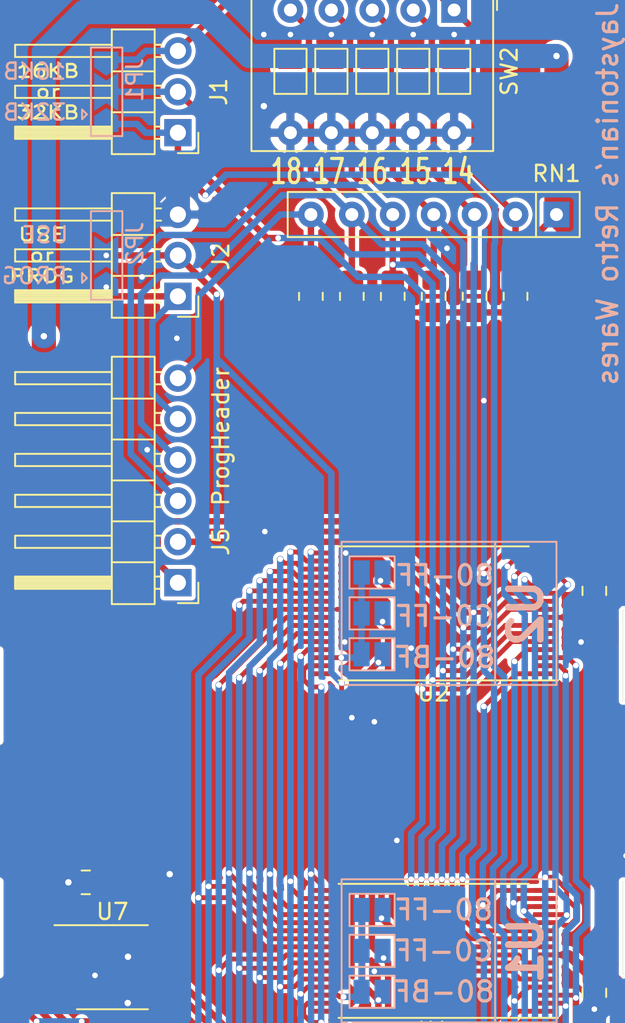
<source format=kicad_pcb>
(kicad_pcb (version 20171130) (host pcbnew "(5.1.10)-1")
  (title_block (title "ColecoVision Reprogrammable Memory Card") (date 2022-11-15) (rev 1) (company "Jaystonians Retro Wares"))
  (layers (0 F.Cu signal hide) (31 B.Cu signal hide) (34 B.Paste user hide) (35 F.Paste user hide) (36 B.SilkS user) (37 F.SilkS user) (38 B.Mask user) (39 F.Mask user) (44 Edge.Cuts user))
  (net 0 "")
  (net 1 /~CE0)
  (net 2 /~FCEX)
  (net 3 /~FCE23)
  (net 4 /~FCE01)
  (net 5 /~FCE3)
  (net 6 /~FCE2)
  (net 7 /~FCE1)
  (net 8 /~FCE0)
  (net 9 /~CE1)
  (net 10 /SA15)
  (net 11 /SA16)
  (net 12 /SA17)
  (net 13 /SA18)
  (net 14 /~POE)
  (net 15 /~RWE)
  (net 16 /A14)
  (net 17 /XA14)
  (net 18 /SA14)
  (net 19 /~FOE)
  (net 20 GND)
  (net 21 +5V)
  (net 22 /A10)
  (net 23 /D7)
  (net 24 /D6)
  (net 25 /D5)
  (net 26 /D4)
  (net 27 /D3)
  (net 28 /D2)
  (net 29 /D1)
  (net 30 /D0)
  (net 31 /A0)
  (net 32 /A1)
  (net 33 /A2)
  (net 34 /A3)
  (net 35 /A4)
  (net 36 /A5)
  (net 37 /A6)
  (net 38 /A7)
  (net 39 /A12)
  (net 40 /A13)
  (net 41 /A8)
  (net 42 /A9)
  (net 43 /A11)
  (net 44 "Net-(U7-Pad11)")
  (module CPU2:Coleco_Expansion_Card (layer F.Cu) (at 99.072701 153.532701)
    (fp_text reference X1 hide)
    (fp_text value CVS-Card)
    (fp_line (start 20.32 -82.4) (end 20.32 -42.5975) (layer Edge.Cuts) (width 0.0254))
    (fp_line (start -20.32 -82.4) (end -20.32 -40.1) (layer Edge.Cuts) (width 0.0254))
    (fp_line (start -19.35 -40.1) (end -20.32 -40.1) (layer Edge.Cuts) (width 0.0254))
    (fp_line (start 20.32 -42.5975) (end 19.35 -42.5975) (layer Edge.Cuts) (width 0.0254))
    (fp_line (start -19.35 -40.1) (end -19.35 -34.5) (layer Edge.Cuts) (width 0.0254))
    (fp_line (start 19.35 -42.5975) (end 19.35 -36.9975) (layer Edge.Cuts) (width 0.0254))
    (fp_line (start 20.32 -37) (end 19.35 -37) (layer Edge.Cuts) (width 0.0254))
    (fp_line (start -19.35 -34.5) (end -20.32 -34.5) (layer Edge.Cuts) (width 0.0254))
    (fp_line (start -20.32 -34.5) (end -20.32 -25.75) (layer Edge.Cuts) (width 0.0254))
    (fp_line (start 20.32 -37) (end 20.32 -25.75) (layer Edge.Cuts) (width 0.0254))
    (fp_line (start 20.32 -25.75) (end 19.35 -25.75) (layer Edge.Cuts) (width 0.0254))
    (fp_line (start 20.32 -20) (end 19.35 -20) (layer Edge.Cuts) (width 0.0254))
    (fp_line (start -19.35 -25.75) (end -20.32 -25.75) (layer Edge.Cuts) (width 0.0254))
    (fp_line (start -19.35 -20) (end -20.32 -20) (layer Edge.Cuts) (width 0.0254))
    (fp_line (start 19.35 -25.75) (end 19.35 -20) (layer Edge.Cuts) (width 0.0254))
    (fp_line (start -19.35 -25.75) (end -19.35 -20) (layer Edge.Cuts) (width 0.0254))
    (fp_line (start -19.304 0) (end 19.304 0) (layer Edge.Cuts) (width 0.0254))
    (fp_line (start -20.32 -20) (end -20.32 -1.016) (layer Edge.Cuts) (width 0.0254))
    (fp_line (start 20.32 -20) (end 20.32 -1.016) (layer Edge.Cuts) (width 0.0254))
    (fp_line (start -20.32 -82.4) (end 20.32 -82.4) (layer Edge.Cuts) (width 0.0254))
    (fp_poly (pts (xy 18.6055 -1.397) (xy 19.2405 -1.397) (xy 19.7485 -1.5875) (xy 20.0025 -1.905) (xy 20.0025 -2.54) (xy 20.0025 -17.2085) (xy 18.6055 -17.2085)) (layer F.Cu) (width 0.1))
    (fp_poly (pts (xy 18.6055 -0.0635) (xy 19.304 -0.0635) (xy 19.7485 -0.3175) (xy 20.0025 -0.762) (xy 20.0025 -1.016) (xy 20.0025 -17.145) (xy 18.6055 -17.145)) (layer B.Cu) (width 0.1))
    (fp_text user "ColecoVision Reprogrammable Card" (at -0.012701 -11.927701) (layer F.SilkS) (effects (font (size 1.5 1.5) (thickness 0.25))))
    (fp_text user D2 (at -17.7165 -8.128 90) (layer B.SilkS) (effects (justify mirror)))
    (fp_text user D1 (at -15.3035 -8.0645 90) (layer B.SilkS) (effects (justify mirror)))
    (fp_text user D0 (at -12.7 -8.128 90) (layer B.SilkS) (effects (justify mirror)))
    (fp_text user A0 (at -10.16 -8.0645 90) (layer B.SilkS) (effects (justify mirror)))
    (fp_text user A1 (at -7.6835 -8.0645 90) (layer B.SilkS) (effects (justify mirror)))
    (fp_text user A2 (at -5.08 -8.0645 90) (layer B.SilkS) (effects (justify mirror)))
    (fp_text user Shield (at -2.54 -9.398 90) (layer B.SilkS) (effects (justify mirror)))
    (fp_text user A3 (at -0.0635 -8.0645 90) (layer B.SilkS) (effects (justify mirror)))
    (fp_text user A4 (at 2.54 -8.0645 90) (layer B.SilkS) (effects (justify mirror)))
    (fp_text user A13 (at 5.08 -8.5725 90) (layer B.SilkS) (effects (justify mirror)))
    (fp_text user A5 (at 7.5565 -8.1915 90) (layer B.SilkS) (effects (justify mirror)))
    (fp_text user A6 (at 10.0965 -8.1915 90) (layer B.SilkS) (effects (justify mirror)))
    (fp_text user A7 (at 12.7635 -8.1915 90) (layer B.SilkS) (effects (justify mirror)))
    (fp_text user ~EE0 (at 15.367 -8.752701 90) (layer B.SilkS) (effects (font (size 1.1 1.1) (thickness 0.2)) (justify mirror)))
    (fp_text user GND (at 18.669 -9.398 90) (layer B.SilkS) (effects (font (size 1.5 1.5) (thickness 0.3)) (justify mirror)))
    (fp_text user 5V (at 18.669 -8.6995 90) (layer F.SilkS) (effects (font (size 1.5 1.5) (thickness 0.3))))
    (fp_text user A8 (at 15.24 -8.128 90) (layer F.SilkS))
    (fp_text user A9 (at 12.7 -8.128 90) (layer F.SilkS))
    (fp_text user A12 (at 10.0965 -8.5725 90) (layer F.SilkS))
    (fp_text user ~EA0 (at 7.6835 -8.752701 90) (layer F.SilkS) (effects (font (size 1.1 1.1) (thickness 0.2))))
    (fp_text user A14 (at 5.08 -8.5725 90) (layer F.SilkS))
    (fp_text user ~E80 (at 2.654299 -8.816201 90) (layer F.SilkS) (effects (font (size 1.1 1.1) (thickness 0.2))))
    (fp_text user A10 (at 0 -8.5725 90) (layer F.SilkS))
    (fp_text user A11 (at -2.54 -8.5725 90) (layer F.SilkS))
    (fp_text user D7 (at -5.0165 -8.128 90) (layer F.SilkS))
    (fp_text user D6 (at -7.62 -8.128 90) (layer F.SilkS))
    (fp_text user D5 (at -10.16 -8.128 90) (layer F.SilkS))
    (fp_text user D4 (at -12.7 -8.128 90) (layer F.SilkS))
    (fp_text user D3 (at -15.24 -8.128 90) (layer F.SilkS))
    (fp_text user ~EC0 (at -17.78 -8.816201 90) (layer F.SilkS) (effects (font (size 1.1 1.1) (thickness 0.2))))
    (fp_arc (start 17.9959 -7.5565) (end 18.8214 -7.5565) (angle 90) (layer B.Cu) (width 0.5))
    (fp_arc (start 17.9959 -7.62) (end 17.9959 -6.7945) (angle -90) (layer F.Cu) (width 0.5))
    (fp_arc (start 19.304 -1.016) (end 20.32 -1.016) (angle 90) (layer Edge.Cuts) (width 0.0254))
    (fp_arc (start -19.304 -1.016) (end -20.32 -1.016) (angle -90) (layer Edge.Cuts) (width 0.0254))
    (pad 15 connect rect (at 0 -3.4925) (size 1.75 7) (layers B.Cu B.Mask) (net 34 /A3))
    (pad 19 connect rect (at 5.08 -3.4925) (size 1.75 7) (layers B.Cu B.Mask) (net 40 /A13))
    (pad 13 connect rect (at -2.54 -3.4925) (size 1.75 7) (layers B.Cu B.Mask))
    (pad 17 connect rect (at 2.54 -3.4925) (size 1.75 7) (layers B.Cu B.Mask) (net 35 /A4))
    (pad 11 connect rect (at -5.08 -3.4925) (size 1.75 7) (layers B.Cu B.Mask) (net 33 /A2))
    (pad 1 connect rect (at -17.78 -3.4925) (size 1.75 7) (layers B.Cu B.Mask) (net 28 /D2))
    (pad 29 connect rect (at 17.78 -3.4925) (size 1.75 7) (layers B.Cu B.Mask) (net 20 GND))
    (pad 25 connect rect (at 12.7 -3.4925) (size 1.75 7) (layers B.Cu B.Mask) (net 38 /A7))
    (pad 27 connect rect (at 15.24 -3.4925) (size 1.75 7) (layers B.Cu B.Mask) (net 5 /~FCE3))
    (pad 23 connect rect (at 10.16 -3.4925) (size 1.75 7) (layers B.Cu B.Mask) (net 37 /A6))
    (pad 21 connect rect (at 7.62 -3.4925) (size 1.75 7) (layers B.Cu B.Mask) (net 36 /A5))
    (pad 5 connect rect (at -12.7 -3.4925) (size 1.75 7) (layers B.Cu B.Mask) (net 30 /D0))
    (pad 3 connect rect (at -15.24 -3.4925) (size 1.75 7) (layers B.Cu B.Mask) (net 29 /D1))
    (pad 7 connect rect (at -10.16 -3.4925) (size 1.75 7) (layers B.Cu B.Mask) (net 31 /A0))
    (pad 9 connect rect (at -7.62 -3.4925) (size 1.75 7) (layers B.Cu B.Mask) (net 32 /A1))
    (pad 30 connect rect (at 17.78 -4.191) (size 1.75 5.75) (layers F.Cu F.Mask) (net 21 +5V))
    (pad 22 connect rect (at 7.62 -3.556) (size 1.75 7) (layers F.Cu F.Mask) (net 7 /~FCE1))
    (pad 26 connect rect (at 12.7 -3.556) (size 1.75 7) (layers F.Cu F.Mask) (net 42 /A9))
    (pad 24 connect rect (at 10.16 -3.556) (size 1.75 7) (layers F.Cu F.Mask) (net 39 /A12))
    (pad 28 connect rect (at 15.24 -3.556) (size 1.75 7) (layers F.Cu F.Mask) (net 41 /A8))
    (pad 20 connect rect (at 5.08 -3.556) (size 1.75 7) (layers F.Cu F.Mask) (net 16 /A14))
    (pad 18 connect rect (at 2.54 -3.556) (size 1.75 7) (layers F.Cu F.Mask) (net 8 /~FCE0))
    (pad 16 connect rect (at 0 -3.556) (size 1.75 7) (layers F.Cu F.Mask) (net 22 /A10))
    (pad 14 connect rect (at -2.54 -3.556) (size 1.75 7) (layers F.Cu F.Mask) (net 43 /A11))
    (pad 12 connect rect (at -5.08 -3.556) (size 1.75 7) (layers F.Cu F.Mask) (net 23 /D7))
    (pad 10 connect rect (at -7.62 -3.556) (size 1.75 7) (layers F.Cu F.Mask) (net 24 /D6))
    (pad 8 connect rect (at -10.16 -3.556) (size 1.75 7) (layers F.Cu F.Mask) (net 25 /D5))
    (pad 6 connect rect (at -12.7 -3.556) (size 1.75 7) (layers F.Cu F.Mask) (net 26 /D4))
    (pad 4 connect rect (at -15.24 -3.556) (size 1.75 7) (layers F.Cu F.Mask) (net 27 /D3))
    (pad 2 connect rect (at -17.78 -3.556) (size 1.75 7) (layers F.Cu F.Mask) (net 6 /~FCE2))
  )
  (module Connector_PinHeader_2.54mm:PinHeader_1x03_P2.54mm_Horizontal (layer F.Cu) (at 90.805 81.28 180)
    (fp_text reference J1 (at -2.54 2.54 90) (layer F.SilkS))
    (fp_text value 32KB_or_16KB)
    (pad 1 thru_hole rect (at 0 0 180) (size 1.7 1.7) (drill 1) (layers *.Cu *.Mask) (net 16 /A14))
    (pad 2 thru_hole oval (at 0 2.54 180) (size 1.7 1.7) (drill 1) (layers *.Cu *.Mask) (net 17 /XA14))
    (pad 3 thru_hole oval (at 0 5.08 180) (size 1.7 1.7) (drill 1) (layers *.Cu *.Mask) (net 18 /SA14))
  )
  (module Connector_PinHeader_2.54mm:PinHeader_1x03_P2.54mm_Horizontal (layer F.Cu) (at 90.805 91.44 180)
    (fp_text reference J2 (at -2.667 2.4765 90) (layer F.SilkS))
    (fp_text value Prog_or_Use)
    (pad 1 thru_hole rect (at 0 0 180) (size 1.7 1.7) (drill 1) (layers *.Cu *.Mask) (net 14 /~POE))
    (pad 2 thru_hole oval (at 0 2.54 180) (size 1.7 1.7) (drill 1) (layers *.Cu *.Mask) (net 19 /~FOE))
    (pad 3 thru_hole oval (at 0 5.08 180) (size 1.7 1.7) (drill 1) (layers *.Cu *.Mask) (net 20 GND))
  )
  (module Jumper:SolderJumper-2_P1.3mm_Open_Pad1.0x1.5mm (layer B.Cu) (at 102.855 132.08 180)
    (fp_text reference JP6 hide)
    (fp_text value SJE01)
    (pad 1 smd rect (at -0.65 0 180) (size 1 1.5) (layers B.Cu B.Mask) (net 4 /~FCE01))
    (pad 2 smd rect (at 0.65 0 180) (size 1 1.5) (layers B.Cu B.Mask) (net 1 /~CE0))
  )
  (module Jumper:SolderJumper-2_P1.3mm_Open_Pad1.0x1.5mm (layer B.Cu) (at 102.855 134.62 180)
    (fp_text reference JP7 hide)
    (fp_text value SJE23)
    (pad 1 smd rect (at -0.65 0 180) (size 1 1.5) (layers B.Cu B.Mask) (net 3 /~FCE23))
    (pad 2 smd rect (at 0.65 0 180) (size 1 1.5) (layers B.Cu B.Mask) (net 1 /~CE0))
  )
  (module Jumper:SolderJumper-2_P1.3mm_Open_Pad1.0x1.5mm (layer B.Cu) (at 102.855 129.54 180)
    (fp_text reference JP8 hide)
    (fp_text value SJEX)
    (pad 2 smd rect (at 0.65 0 180) (size 1 1.5) (layers B.Cu B.Mask) (net 1 /~CE0))
    (pad 1 smd rect (at -0.65 0 180) (size 1 1.5) (layers B.Cu B.Mask) (net 2 /~FCEX))
  )
  (module Jumper:SolderJumper-2_P1.3mm_Open_Pad1.0x1.5mm (layer B.Cu) (at 102.855 111.125 180)
    (fp_text reference JP14 hide)
    (fp_text value SJE01)
    (pad 1 smd rect (at -0.65 0 180) (size 1 1.5) (layers B.Cu B.Mask) (net 4 /~FCE01))
    (pad 2 smd rect (at 0.65 0 180) (size 1 1.5) (layers B.Cu B.Mask) (net 9 /~CE1))
  )
  (module Jumper:SolderJumper-2_P1.3mm_Open_Pad1.0x1.5mm (layer B.Cu) (at 102.855 113.665 180)
    (fp_text reference JP15 hide)
    (fp_text value SJE23)
    (pad 2 smd rect (at 0.65 0 180) (size 1 1.5) (layers B.Cu B.Mask) (net 9 /~CE1))
    (pad 1 smd rect (at -0.65 0 180) (size 1 1.5) (layers B.Cu B.Mask) (net 3 /~FCE23))
  )
  (module Jumper:SolderJumper-2_P1.3mm_Open_Pad1.0x1.5mm (layer B.Cu) (at 102.855 108.585 180)
    (fp_text reference JP16 hide)
    (fp_text value SJEX)
    (pad 1 smd rect (at -0.65 0 180) (size 1 1.5) (layers B.Cu B.Mask) (net 2 /~FCEX))
    (pad 2 smd rect (at 0.65 0 180) (size 1 1.5) (layers B.Cu B.Mask) (net 9 /~CE1))
  )
  (module Resistor_THT:R_Array_SIP7 (layer F.Cu) (at 114.3 86.36 180)
    (fp_text reference RN1 (at 0 2.54) (layer F.SilkS))
    (fp_text value 10k)
    (pad 1 thru_hole rect (at 0 0 180) (size 1.6 1.6) (drill 0.8) (layers *.Cu *.Mask) (net 21 +5V))
    (pad 2 thru_hole oval (at 2.54 0 180) (size 1.6 1.6) (drill 0.8) (layers *.Cu *.Mask) (net 18 /SA14))
    (pad 3 thru_hole oval (at 5.08 0 180) (size 1.6 1.6) (drill 0.8) (layers *.Cu *.Mask) (net 10 /SA15))
    (pad 4 thru_hole oval (at 7.62 0 180) (size 1.6 1.6) (drill 0.8) (layers *.Cu *.Mask) (net 11 /SA16))
    (pad 5 thru_hole oval (at 10.16 0 180) (size 1.6 1.6) (drill 0.8) (layers *.Cu *.Mask) (net 12 /SA17))
    (pad 6 thru_hole oval (at 12.7 0 180) (size 1.6 1.6) (drill 0.8) (layers *.Cu *.Mask) (net 13 /SA18))
    (pad 7 thru_hole oval (at 15.24 0 180) (size 1.6 1.6) (drill 0.8) (layers *.Cu *.Mask) (net 15 /~RWE))
  )
  (module Button_Switch_THT:SW_DIP_SPSTx05_Piano_CTS_Series194-5MSTN_W7.62mm_P2.54mm (layer F.Cu) (at 107.95 73.66 270)
    (fp_text reference SW2 (at 3.81 -3.42 90) (layer F.SilkS))
    (fp_text value "Memory Select")
    (pad 1 thru_hole rect (at 0 0 270) (size 1.6 1.6) (drill 0.8) (layers *.Cu *.Mask) (net 18 /SA14))
    (pad 6 thru_hole oval (at 7.62 10.16 270) (size 1.6 1.6) (drill 0.8) (layers *.Cu *.Mask) (net 20 GND))
    (pad 2 thru_hole oval (at 0 2.54 270) (size 1.6 1.6) (drill 0.8) (layers *.Cu *.Mask) (net 10 /SA15))
    (pad 7 thru_hole oval (at 7.62 7.62 270) (size 1.6 1.6) (drill 0.8) (layers *.Cu *.Mask) (net 20 GND))
    (pad 3 thru_hole oval (at 0 5.08 270) (size 1.6 1.6) (drill 0.8) (layers *.Cu *.Mask) (net 11 /SA16))
    (pad 8 thru_hole oval (at 7.62 5.08 270) (size 1.6 1.6) (drill 0.8) (layers *.Cu *.Mask) (net 20 GND))
    (pad 4 thru_hole oval (at 0 7.62 270) (size 1.6 1.6) (drill 0.8) (layers *.Cu *.Mask) (net 12 /SA17))
    (pad 9 thru_hole oval (at 7.62 2.54 270) (size 1.6 1.6) (drill 0.8) (layers *.Cu *.Mask) (net 20 GND))
    (pad 5 thru_hole oval (at 0 10.16 270) (size 1.6 1.6) (drill 0.8) (layers *.Cu *.Mask) (net 13 /SA18))
    (pad 10 thru_hole oval (at 7.62 0 270) (size 1.6 1.6) (drill 0.8) (layers *.Cu *.Mask) (net 20 GND))
  )
  (module CPU2:TSOP-32_14x8mm_P0.5mm (layer F.Cu) (at 106.68 132.08 180)
    (fp_text reference U1 (at 0 -4.95) (layer F.SilkS))
    (fp_text value SST39SF040A-TSOP32)
    (pad 32 smd roundrect (at 6.925 -3.75 180) (size 1.55 0.3) (layers F.Cu F.Paste F.Mask) (net 19 /~FOE))
    (pad 31 smd roundrect (at 6.925 -3.25 180) (size 1.55 0.3) (layers F.Cu F.Paste F.Mask) (net 22 /A10))
    (pad 30 smd roundrect (at 6.925 -2.75 180) (size 1.55 0.3) (layers F.Cu F.Paste F.Mask) (net 1 /~CE0))
    (pad 29 smd roundrect (at 6.925 -2.25 180) (size 1.55 0.3) (layers F.Cu F.Paste F.Mask) (net 23 /D7))
    (pad 28 smd roundrect (at 6.925 -1.75 180) (size 1.55 0.3) (layers F.Cu F.Paste F.Mask) (net 24 /D6))
    (pad 27 smd roundrect (at 6.925 -1.25 180) (size 1.55 0.3) (layers F.Cu F.Paste F.Mask) (net 25 /D5))
    (pad 26 smd roundrect (at 6.925 -0.75 180) (size 1.55 0.3) (layers F.Cu F.Paste F.Mask) (net 26 /D4))
    (pad 25 smd roundrect (at 6.925 -0.25 180) (size 1.55 0.3) (layers F.Cu F.Paste F.Mask) (net 27 /D3))
    (pad 24 smd roundrect (at 6.925 0.25 180) (size 1.55 0.3) (layers F.Cu F.Paste F.Mask) (net 20 GND))
    (pad 23 smd roundrect (at 6.925 0.75 180) (size 1.55 0.3) (layers F.Cu F.Paste F.Mask) (net 28 /D2))
    (pad 22 smd roundrect (at 6.925 1.25 180) (size 1.55 0.3) (layers F.Cu F.Paste F.Mask) (net 29 /D1))
    (pad 21 smd roundrect (at 6.925 1.75 180) (size 1.55 0.3) (layers F.Cu F.Paste F.Mask) (net 30 /D0))
    (pad 20 smd roundrect (at 6.925 2.25 180) (size 1.55 0.3) (layers F.Cu F.Paste F.Mask) (net 31 /A0))
    (pad 19 smd roundrect (at 6.925 2.75 180) (size 1.55 0.3) (layers F.Cu F.Paste F.Mask) (net 32 /A1))
    (pad 18 smd roundrect (at 6.925 3.25 180) (size 1.55 0.3) (layers F.Cu F.Paste F.Mask) (net 33 /A2))
    (pad 17 smd roundrect (at 6.925 3.75 180) (size 1.55 0.3) (layers F.Cu F.Paste F.Mask) (net 34 /A3))
    (pad 16 smd roundrect (at -6.925 3.75 180) (size 1.55 0.3) (layers F.Cu F.Paste F.Mask) (net 35 /A4))
    (pad 15 smd roundrect (at -6.925 3.25 180) (size 1.55 0.3) (layers F.Cu F.Paste F.Mask) (net 36 /A5))
    (pad 14 smd roundrect (at -6.925 2.75 180) (size 1.55 0.3) (layers F.Cu F.Paste F.Mask) (net 37 /A6))
    (pad 13 smd roundrect (at -6.925 2.25 180) (size 1.55 0.3) (layers F.Cu F.Paste F.Mask) (net 38 /A7))
    (pad 12 smd roundrect (at -6.925 1.75 180) (size 1.55 0.3) (layers F.Cu F.Paste F.Mask) (net 39 /A12))
    (pad 11 smd roundrect (at -6.925 1.25 180) (size 1.55 0.3) (layers F.Cu F.Paste F.Mask) (net 10 /SA15))
    (pad 10 smd roundrect (at -6.925 0.75 180) (size 1.55 0.3) (layers F.Cu F.Paste F.Mask) (net 11 /SA16))
    (pad 9 smd roundrect (at -6.925 0.25 180) (size 1.55 0.3) (layers F.Cu F.Paste F.Mask) (net 13 /SA18))
    (pad 8 smd roundrect (at -6.925 -0.25 180) (size 1.55 0.3) (layers F.Cu F.Paste F.Mask) (net 21 +5V))
    (pad 7 smd roundrect (at -6.925 -0.75 180) (size 1.55 0.3) (layers F.Cu F.Paste F.Mask) (net 15 /~RWE))
    (pad 6 smd roundrect (at -6.925 -1.25 180) (size 1.55 0.3) (layers F.Cu F.Paste F.Mask) (net 12 /SA17))
    (pad 5 smd roundrect (at -6.925 -1.75 180) (size 1.55 0.3) (layers F.Cu F.Paste F.Mask) (net 17 /XA14))
    (pad 4 smd roundrect (at -6.925 -2.25 180) (size 1.55 0.3) (layers F.Cu F.Paste F.Mask) (net 40 /A13))
    (pad 3 smd roundrect (at -6.925 -2.75 180) (size 1.55 0.3) (layers F.Cu F.Paste F.Mask) (net 41 /A8))
    (pad 2 smd roundrect (at -6.925 -3.25 180) (size 1.55 0.3) (layers F.Cu F.Paste F.Mask) (net 42 /A9))
    (pad 1 smd roundrect (at -6.925 -3.75 180) (size 1.55 0.3) (layers F.Cu F.Paste F.Mask) (net 43 /A11))
  )
  (module CPU2:TSOP-32_14x8mm_P0.5mm (layer F.Cu) (at 106.68 111.125 180)
    (fp_text reference U2 (at 0 -4.95) (layer F.SilkS))
    (fp_text value SST39SF040A-TSOP32)
    (pad 1 smd roundrect (at -6.925 -3.75 180) (size 1.55 0.3) (layers F.Cu F.Paste F.Mask) (net 43 /A11))
    (pad 2 smd roundrect (at -6.925 -3.25 180) (size 1.55 0.3) (layers F.Cu F.Paste F.Mask) (net 42 /A9))
    (pad 3 smd roundrect (at -6.925 -2.75 180) (size 1.55 0.3) (layers F.Cu F.Paste F.Mask) (net 41 /A8))
    (pad 4 smd roundrect (at -6.925 -2.25 180) (size 1.55 0.3) (layers F.Cu F.Paste F.Mask) (net 40 /A13))
    (pad 5 smd roundrect (at -6.925 -1.75 180) (size 1.55 0.3) (layers F.Cu F.Paste F.Mask) (net 17 /XA14))
    (pad 6 smd roundrect (at -6.925 -1.25 180) (size 1.55 0.3) (layers F.Cu F.Paste F.Mask) (net 12 /SA17))
    (pad 7 smd roundrect (at -6.925 -0.75 180) (size 1.55 0.3) (layers F.Cu F.Paste F.Mask) (net 15 /~RWE))
    (pad 8 smd roundrect (at -6.925 -0.25 180) (size 1.55 0.3) (layers F.Cu F.Paste F.Mask) (net 21 +5V))
    (pad 9 smd roundrect (at -6.925 0.25 180) (size 1.55 0.3) (layers F.Cu F.Paste F.Mask) (net 13 /SA18))
    (pad 10 smd roundrect (at -6.925 0.75 180) (size 1.55 0.3) (layers F.Cu F.Paste F.Mask) (net 11 /SA16))
    (pad 11 smd roundrect (at -6.925 1.25 180) (size 1.55 0.3) (layers F.Cu F.Paste F.Mask) (net 10 /SA15))
    (pad 12 smd roundrect (at -6.925 1.75 180) (size 1.55 0.3) (layers F.Cu F.Paste F.Mask) (net 39 /A12))
    (pad 13 smd roundrect (at -6.925 2.25 180) (size 1.55 0.3) (layers F.Cu F.Paste F.Mask) (net 38 /A7))
    (pad 14 smd roundrect (at -6.925 2.75 180) (size 1.55 0.3) (layers F.Cu F.Paste F.Mask) (net 37 /A6))
    (pad 15 smd roundrect (at -6.925 3.25 180) (size 1.55 0.3) (layers F.Cu F.Paste F.Mask) (net 36 /A5))
    (pad 16 smd roundrect (at -6.925 3.75 180) (size 1.55 0.3) (layers F.Cu F.Paste F.Mask) (net 35 /A4))
    (pad 17 smd roundrect (at 6.925 3.75 180) (size 1.55 0.3) (layers F.Cu F.Paste F.Mask) (net 34 /A3))
    (pad 18 smd roundrect (at 6.925 3.25 180) (size 1.55 0.3) (layers F.Cu F.Paste F.Mask) (net 33 /A2))
    (pad 19 smd roundrect (at 6.925 2.75 180) (size 1.55 0.3) (layers F.Cu F.Paste F.Mask) (net 32 /A1))
    (pad 20 smd roundrect (at 6.925 2.25 180) (size 1.55 0.3) (layers F.Cu F.Paste F.Mask) (net 31 /A0))
    (pad 21 smd roundrect (at 6.925 1.75 180) (size 1.55 0.3) (layers F.Cu F.Paste F.Mask) (net 30 /D0))
    (pad 22 smd roundrect (at 6.925 1.25 180) (size 1.55 0.3) (layers F.Cu F.Paste F.Mask) (net 29 /D1))
    (pad 23 smd roundrect (at 6.925 0.75 180) (size 1.55 0.3) (layers F.Cu F.Paste F.Mask) (net 28 /D2))
    (pad 24 smd roundrect (at 6.925 0.25 180) (size 1.55 0.3) (layers F.Cu F.Paste F.Mask) (net 20 GND))
    (pad 25 smd roundrect (at 6.925 -0.25 180) (size 1.55 0.3) (layers F.Cu F.Paste F.Mask) (net 27 /D3))
    (pad 26 smd roundrect (at 6.925 -0.75 180) (size 1.55 0.3) (layers F.Cu F.Paste F.Mask) (net 26 /D4))
    (pad 27 smd roundrect (at 6.925 -1.25 180) (size 1.55 0.3) (layers F.Cu F.Paste F.Mask) (net 25 /D5))
    (pad 28 smd roundrect (at 6.925 -1.75 180) (size 1.55 0.3) (layers F.Cu F.Paste F.Mask) (net 24 /D6))
    (pad 29 smd roundrect (at 6.925 -2.25 180) (size 1.55 0.3) (layers F.Cu F.Paste F.Mask) (net 23 /D7))
    (pad 30 smd roundrect (at 6.925 -2.75 180) (size 1.55 0.3) (layers F.Cu F.Paste F.Mask) (net 9 /~CE1))
    (pad 31 smd roundrect (at 6.925 -3.25 180) (size 1.55 0.3) (layers F.Cu F.Paste F.Mask) (net 22 /A10))
    (pad 32 smd roundrect (at 6.925 -3.75 180) (size 1.55 0.3) (layers F.Cu F.Paste F.Mask) (net 19 /~FOE))
  )
  (module Package_SO:TSSOP-14_4.4x5mm_P0.65mm (layer F.Cu) (at 86.741 133.096)
    (fp_text reference U7 (at 0 -3.45) (layer F.SilkS))
    (fp_text value 74LS08)
    (pad 1 smd roundrect (at -2.8625 -1.95) (size 1.475 0.4) (layers F.Cu F.Paste F.Mask) (net 6 /~FCE2))
    (pad 2 smd roundrect (at -2.8625 -1.3) (size 1.475 0.4) (layers F.Cu F.Paste F.Mask) (net 5 /~FCE3))
    (pad 3 smd roundrect (at -2.8625 -0.65) (size 1.475 0.4) (layers F.Cu F.Paste F.Mask) (net 3 /~FCE23))
    (pad 4 smd roundrect (at -2.8625 0) (size 1.475 0.4) (layers F.Cu F.Paste F.Mask) (net 8 /~FCE0))
    (pad 5 smd roundrect (at -2.8625 0.65) (size 1.475 0.4) (layers F.Cu F.Paste F.Mask) (net 7 /~FCE1))
    (pad 6 smd roundrect (at -2.8625 1.3) (size 1.475 0.4) (layers F.Cu F.Paste F.Mask) (net 4 /~FCE01))
    (pad 7 smd roundrect (at -2.8625 1.95) (size 1.475 0.4) (layers F.Cu F.Paste F.Mask) (net 20 GND))
    (pad 8 smd roundrect (at 2.8625 1.95) (size 1.475 0.4) (layers F.Cu F.Paste F.Mask) (net 2 /~FCEX))
    (pad 9 smd roundrect (at 2.8625 1.3) (size 1.475 0.4) (layers F.Cu F.Paste F.Mask) (net 4 /~FCE01))
    (pad 10 smd roundrect (at 2.8625 0.65) (size 1.475 0.4) (layers F.Cu F.Paste F.Mask) (net 3 /~FCE23))
    (pad 11 smd roundrect (at 2.8625 0) (size 1.475 0.4) (layers F.Cu F.Paste F.Mask) (net 44 "Net-(U7-Pad11)"))
    (pad 12 smd roundrect (at 2.8625 -0.65) (size 1.475 0.4) (layers F.Cu F.Paste F.Mask) (net 20 GND))
    (pad 13 smd roundrect (at 2.8625 -1.3) (size 1.475 0.4) (layers F.Cu F.Paste F.Mask) (net 20 GND))
    (pad 14 smd roundrect (at 2.8625 -1.95) (size 1.475 0.4) (layers F.Cu F.Paste F.Mask) (net 21 +5V))
  )
  (module Connector_PinHeader_2.54mm:PinHeader_1x06_P2.54mm_Horizontal (layer F.Cu) (at 90.805 109.22 180)
    (fp_text reference J5 (at -2.667 2.54 90) (layer F.SilkS))
    (fp_text value "Prog Header")
    (pad 1 thru_hole rect (at 0 0 180) (size 1.7 1.7) (drill 1) (layers *.Cu *.Mask) (net 10 /SA15))
    (pad 2 thru_hole oval (at 0 2.54 180) (size 1.7 1.7) (drill 1) (layers *.Cu *.Mask) (net 11 /SA16))
    (pad 3 thru_hole oval (at 0 5.08 180) (size 1.7 1.7) (drill 1) (layers *.Cu *.Mask) (net 12 /SA17))
    (pad 4 thru_hole oval (at 0 7.62 180) (size 1.7 1.7) (drill 1) (layers *.Cu *.Mask) (net 13 /SA18))
    (pad 5 thru_hole oval (at 0 10.16 180) (size 1.7 1.7) (drill 1) (layers *.Cu *.Mask) (net 14 /~POE))
    (pad 6 thru_hole oval (at 0 12.7 180) (size 1.7 1.7) (drill 1) (layers *.Cu *.Mask) (net 15 /~RWE))
  )
  (module Capacitor_SMD:C_0805_2012Metric_Pad1.18x1.45mm_HandSolder (layer F.Cu) (at 116.6495 134.6835 270)
    (fp_text reference C1 hide)
    (fp_text value 0.1u)
    (pad 1 smd roundrect (at -1.0375 0 270) (size 1.175 1.45) (layers F.Cu F.Paste F.Mask) (roundrect_rratio 0.2127659574468085) (net 21 +5V))
    (pad 2 smd roundrect (at 1.0375 0 270) (size 1.175 1.45) (layers F.Cu F.Paste F.Mask) (roundrect_rratio 0.2127659574468085) (net 20 GND))
  )
  (module Capacitor_SMD:C_0805_2012Metric_Pad1.18x1.45mm_HandSolder (layer F.Cu) (at 116.6495 109.728 90)
    (fp_text reference C2 hide)
    (fp_text value 0.1u)
    (pad 2 smd roundrect (at 1.0375 0 90) (size 1.175 1.45) (layers F.Cu F.Paste F.Mask) (roundrect_rratio 0.2127659574468085) (net 20 GND))
    (pad 1 smd roundrect (at -1.0375 0 90) (size 1.175 1.45) (layers F.Cu F.Paste F.Mask) (roundrect_rratio 0.2127659574468085) (net 21 +5V))
  )
  (module Capacitor_SMD:C_0805_2012Metric_Pad1.18x1.45mm_HandSolder (layer F.Cu) (at 85.09 127.8255 180)
    (fp_text reference C3 hide)
    (fp_text value 0.1u)
    (pad 1 smd roundrect (at -1.0375 0 180) (size 1.175 1.45) (layers F.Cu F.Paste F.Mask) (roundrect_rratio 0.2127659574468085) (net 21 +5V))
    (pad 2 smd roundrect (at 1.0375 0 180) (size 1.175 1.45) (layers F.Cu F.Paste F.Mask) (roundrect_rratio 0.2127659574468085) (net 20 GND))
  )
  (module Jumper:SolderJumper-3_P2.0mm_Open_TrianglePad1.0x1.5mm (layer B.Cu) (at 86.36 78.74 90)
    (fp_text reference JP1 (at 0.725 1.775 270) (layer B.SilkS) (effects (justify mirror)))
    (fp_text value "32KB or 16KB")
    (pad 3 smd custom (at 2 0 270) (size 0.3 0.3) (layers B.Cu B.Mask) (net 18 /SA14) (options (clearance outline) (anchor rect)) (primitives (gr_poly (pts (xy -0.5 0.75) (xy 0.5 0.75) (xy 1 0) (xy 0.5 -0.75) (xy -0.5 -0.75)) (width 0))))
    (pad 2 smd custom (at 0 0 90) (size 0.3 0.3) (layers B.Cu) (net 17 /XA14) (options (clearance outline) (anchor rect)) (primitives (gr_poly (pts (xy -1.2 0.75) (xy 1.2 0.75) (xy 0.7 0) (xy 1.2 -0.75) (xy -1.2 -0.75) (xy -0.7 0)) (width 0))))
    (pad 1 smd custom (at -2 0 90) (size 0.3 0.3) (layers B.Cu B.Mask) (net 16 /A14) (options (clearance outline) (anchor rect)) (primitives (gr_poly (pts (xy -0.5 0.75) (xy 0.5 0.75) (xy 1 0) (xy 0.5 -0.75) (xy -0.5 -0.75)) (width 0))))
  )
  (module Jumper:SolderJumper-3_P2.0mm_Open_TrianglePad1.0x1.5mm (layer B.Cu) (at 86.36 88.9 90)
    (fp_text reference JP2 (at 0.725 1.775 90) (layer B.SilkS) (effects (justify mirror)))
    (fp_text value "Prog or Use")
    (pad 1 smd custom (at -2 0 90) (size 0.3 0.3) (layers B.Cu B.Mask) (net 14 /~POE) (options (clearance outline) (anchor rect)) (primitives (gr_poly (pts (xy -0.5 0.75) (xy 0.5 0.75) (xy 1 0) (xy 0.5 -0.75) (xy -0.5 -0.75)) (width 0))))
    (pad 2 smd custom (at 0 0 90) (size 0.3 0.3) (layers B.Cu) (net 19 /~FOE) (options (clearance outline) (anchor rect)) (primitives (gr_poly (pts (xy -1.2 0.75) (xy 1.2 0.75) (xy 0.7 0) (xy 1.2 -0.75) (xy -1.2 -0.75) (xy -0.7 0)) (width 0))))
    (pad 3 smd custom (at 2 0 270) (size 0.3 0.3) (layers B.Cu B.Mask) (net 20 GND) (options (clearance outline) (anchor rect)) (primitives (gr_poly (pts (xy -0.5 0.75) (xy 0.5 0.75) (xy 1 0) (xy 0.5 -0.75) (xy -0.5 -0.75)) (width 0))))
  )
  (module Resistor_SMD:R_0805_2012Metric_Pad1.20x1.40mm_HandSolder (layer F.Cu) (at 111.76 91.44 90)
    (fp_text reference R1 hide)
    (fp_text value 10K)
    (pad 2 smd roundrect (at 1 0 90) (size 1.2 1.4) (layers F.Cu F.Paste F.Mask) (roundrect_rratio 0.2083325) (net 18 /SA14))
    (pad 1 smd roundrect (at -1 0 90) (size 1.2 1.4) (layers F.Cu F.Paste F.Mask) (roundrect_rratio 0.2083325) (net 21 +5V))
  )
  (module Resistor_SMD:R_0805_2012Metric_Pad1.20x1.40mm_HandSolder (layer F.Cu) (at 109.22 91.44 90)
    (fp_text reference R2 hide)
    (fp_text value 10K)
    (pad 1 smd roundrect (at -1 0 90) (size 1.2 1.4) (layers F.Cu F.Paste F.Mask) (roundrect_rratio 0.2083325) (net 21 +5V))
    (pad 2 smd roundrect (at 1 0 90) (size 1.2 1.4) (layers F.Cu F.Paste F.Mask) (roundrect_rratio 0.2083325) (net 10 /SA15))
  )
  (module Resistor_SMD:R_0805_2012Metric_Pad1.20x1.40mm_HandSolder (layer F.Cu) (at 106.68 91.44 90)
    (fp_text reference R3 hide)
    (fp_text value 10K)
    (pad 2 smd roundrect (at 1 0 90) (size 1.2 1.4) (layers F.Cu F.Paste F.Mask) (roundrect_rratio 0.2083325) (net 11 /SA16))
    (pad 1 smd roundrect (at -1 0 90) (size 1.2 1.4) (layers F.Cu F.Paste F.Mask) (roundrect_rratio 0.2083325) (net 21 +5V))
  )
  (module Resistor_SMD:R_0805_2012Metric_Pad1.20x1.40mm_HandSolder (layer F.Cu) (at 104.14 91.44 90)
    (fp_text reference R4 hide)
    (fp_text value 10K)
    (pad 1 smd roundrect (at -1 0 90) (size 1.2 1.4) (layers F.Cu F.Paste F.Mask) (roundrect_rratio 0.2083325) (net 21 +5V))
    (pad 2 smd roundrect (at 1 0 90) (size 1.2 1.4) (layers F.Cu F.Paste F.Mask) (roundrect_rratio 0.2083325) (net 12 /SA17))
  )
  (module Resistor_SMD:R_0805_2012Metric_Pad1.20x1.40mm_HandSolder (layer F.Cu) (at 101.6 91.44 90)
    (fp_text reference R5 hide)
    (fp_text value 10K)
    (pad 2 smd roundrect (at 1 0 90) (size 1.2 1.4) (layers F.Cu F.Paste F.Mask) (roundrect_rratio 0.2083325) (net 13 /SA18))
    (pad 1 smd roundrect (at -1 0 90) (size 1.2 1.4) (layers F.Cu F.Paste F.Mask) (roundrect_rratio 0.2083325) (net 21 +5V))
  )
  (module Resistor_SMD:R_0805_2012Metric_Pad1.20x1.40mm_HandSolder (layer F.Cu) (at 99.06 91.44 90)
    (fp_text reference R6 hide)
    (fp_text value 10K)
    (pad 1 smd roundrect (at -1 0 90) (size 1.2 1.4) (layers F.Cu F.Paste F.Mask) (roundrect_rratio 0.2083325) (net 21 +5V))
    (pad 2 smd roundrect (at 1 0 90) (size 1.2 1.4) (layers F.Cu F.Paste F.Mask) (roundrect_rratio 0.2083325) (net 15 /~RWE))
  )
  (module Jumper:SolderJumper-2_P1.3mm_Open_Pad1.0x1.5mm (layer F.Cu) (at 107.95 77.47 90)
    (fp_text reference JP3 hide)
    (fp_text value SA14)
    (pad 2 smd rect (at 0.65 0 90) (size 1 1.5) (layers F.Cu F.Mask) (net 20 GND))
    (pad 1 smd rect (at -0.65 0 90) (size 1 1.5) (layers F.Cu F.Mask) (net 18 /SA14))
  )
  (module Jumper:SolderJumper-2_P1.3mm_Open_Pad1.0x1.5mm (layer F.Cu) (at 105.41 77.47 90)
    (fp_text reference JP4 hide)
    (fp_text value SA15)
    (pad 1 smd rect (at -0.65 0 90) (size 1 1.5) (layers F.Cu F.Mask) (net 10 /SA15))
    (pad 2 smd rect (at 0.65 0 90) (size 1 1.5) (layers F.Cu F.Mask) (net 20 GND))
  )
  (module Jumper:SolderJumper-2_P1.3mm_Open_Pad1.0x1.5mm (layer F.Cu) (at 102.87 77.47 90)
    (fp_text reference JP5 hide)
    (fp_text value SA16)
    (pad 2 smd rect (at 0.65 0 90) (size 1 1.5) (layers F.Cu F.Mask) (net 20 GND))
    (pad 1 smd rect (at -0.65 0 90) (size 1 1.5) (layers F.Cu F.Mask) (net 11 /SA16))
  )
  (module Jumper:SolderJumper-2_P1.3mm_Open_Pad1.0x1.5mm (layer F.Cu) (at 100.33 77.47 90)
    (fp_text reference JP9 hide)
    (fp_text value SA17)
    (pad 1 smd rect (at -0.65 0 90) (size 1 1.5) (layers F.Cu F.Mask) (net 12 /SA17))
    (pad 2 smd rect (at 0.65 0 90) (size 1 1.5) (layers F.Cu F.Mask) (net 20 GND))
  )
  (module Jumper:SolderJumper-2_P1.3mm_Open_Pad1.0x1.5mm (layer F.Cu) (at 97.79 77.47 90)
    (fp_text reference JP10 hide)
    (fp_text value SA18)
    (pad 2 smd rect (at 0.65 0 90) (size 1 1.5) (layers F.Cu F.Mask) (net 20 GND))
    (pad 1 smd rect (at -0.65 0 90) (size 1 1.5) (layers F.Cu F.Mask) (net 13 /SA18))
  )
  (gr_text "Jaystonian's Retro Wares" (at 117.475 85.09 90) (layer B.SilkS) (effects (font (size 1.25 1.25) (thickness 0.2)) (justify mirror)))
  (gr_text ProgHeader (at 93.472 100.1395 90) (layer F.SilkS) (effects (font (size 1 1))))
  (gr_text "USE\nor\nPROG" (at 82.3595 88.9) (layer F.SilkS) (effects (font (size 0.8 1))))
  (gr_text "16KB\nor\n32KB" (at 82.7405 78.74) (layer F.SilkS) (effects (font (size 0.8 1))))
  (gr_text USE (at 82.55 87.63) (layer B.SilkS) (effects (font (size 1 1)) (justify mirror)))
  (gr_text PROG (at 81.915 90.17) (layer B.SilkS) (effects (font (size 1 1)) (justify mirror)))
  (gr_text 16KB (at 81.915 77.47) (layer B.SilkS) (effects (font (size 1 1)) (justify mirror)))
  (gr_text 32KB (at 81.915 80.01) (layer B.SilkS) (effects (font (size 1 1)) (justify mirror)))
  (gr_text U1 (at 112.395 132.08 90) (layer B.SilkS) (effects (font (size 2 2) (thickness 0.4)) (justify mirror)))
  (gr_text U2 (at 112.395 111.125 90) (layer B.SilkS) (effects (font (size 2 2) (thickness 0.4)) (justify mirror)))
  (gr_line (start 114.3 136.525) (end 110.49 136.525) (layer B.SilkS) (width 0.12))
  (gr_line (start 114.3 127.635) (end 114.3 136.525) (layer B.SilkS) (width 0.12))
  (gr_line (start 110.49 127.635) (end 114.3 127.635) (layer B.SilkS) (width 0.12))
  (gr_line (start 114.3 115.57) (end 110.49 115.57) (layer B.SilkS) (width 0.12))
  (gr_line (start 114.3 106.68) (end 114.3 115.57) (layer B.SilkS) (width 0.12))
  (gr_line (start 110.49 106.68) (end 114.3 106.68) (layer B.SilkS) (width 0.12))
  (gr_line (start 110.49 115.57) (end 110.49 106.68) (layer B.SilkS) (width 0.12))
  (gr_line (start 100.965 115.57) (end 110.49 115.57) (layer B.SilkS) (width 0.12))
  (gr_line (start 100.965 106.68) (end 110.49 106.68) (layer B.SilkS) (width 0.12))
  (gr_line (start 100.965 115.57) (end 100.965 106.68) (layer B.SilkS) (width 0.12))
  (gr_line (start 110.49 127.635) (end 100.965 127.635) (layer B.SilkS) (width 0.12))
  (gr_line (start 110.49 136.525) (end 110.49 127.635) (layer B.SilkS) (width 0.12))
  (gr_line (start 100.965 136.525) (end 110.49 136.525) (layer B.SilkS) (width 0.12))
  (gr_line (start 100.965 127.635) (end 100.965 136.525) (layer B.SilkS) (width 0.12))
  (gr_text C0-FF (at 107.3785 111.3155) (layer B.SilkS) (effects (font (size 1.25 1.25) (thickness 0.2)) (justify mirror)))
  (gr_text 80-BF (at 107.3785 113.8555) (layer B.SilkS) (effects (font (size 1.25 1.25) (thickness 0.2)) (justify mirror)))
  (gr_text 80-FF (at 107.3785 108.7755) (layer B.SilkS) (effects (font (size 1.25 1.25) (thickness 0.2)) (justify mirror)))
  (gr_text 80-FF (at 107.315 129.54) (layer B.SilkS) (effects (font (size 1.25 1.25) (thickness 0.2)) (justify mirror)))
  (gr_text C0-FF (at 107.315 132.08) (layer B.SilkS) (effects (font (size 1.25 1.25) (thickness 0.2)) (justify mirror)))
  (gr_text 80-BF (at 107.315 134.62) (layer B.SilkS) (effects (font (size 1.25 1.25) (thickness 0.2)) (justify mirror)))
  (gr_text "18 17 16 15 14" (at 102.87 83.693) (layer F.SilkS) (effects (font (size 1.5 1) (thickness 0.2))))
  (segment (start 102.205 129.54) (end 102.205 134.62) (width 0.4) (layer B.Cu) (net 1))
  (segment (start 102.205 134.62) (end 102.1715 134.62) (width 0.4) (layer B.Cu) (net 1))
  (segment (start 102.1715 134.62) (end 101.854 134.9375) (width 0.4) (layer B.Cu) (net 1))
  (segment (start 101.854 134.9375) (end 101.092 134.9375) (width 0.4) (layer B.Cu) (net 1))
  (segment (start 101.092 134.9375) (end 101.092 134.9375) (width 0.4) (layer B.Cu) (net 1))
  (via (at 101.092 134.9375) (size 0.4) (drill 0.35) (layers F.Cu B.Cu) (net 1))
  (segment (start 99.755 134.83) (end 100.7305 134.83) (width 0.3) (layer F.Cu) (net 1))
  (segment (start 100.838 134.9375) (end 101.092 134.9375) (width 0.3) (layer F.Cu) (net 1))
  (segment (start 100.7305 134.83) (end 100.838 134.9375) (width 0.3) (layer F.Cu) (net 1))
  (segment (start 103.4415 130.048) (end 103.4415 130.048) (width 0.4) (layer F.Cu) (net 2))
  (via (at 103.4415 130.048) (size 0.4) (drill 0.35) (layers F.Cu B.Cu) (net 2))
  (segment (start 103.378 109.093) (end 103.378 109.093) (width 0.4) (layer F.Cu) (net 2))
  (via (at 103.378 109.093) (size 0.4) (drill 0.35) (layers F.Cu B.Cu) (net 2))
  (segment (start 104.451011 136.450575) (end 104.451011 131.057511) (width 0.4) (layer F.Cu) (net 2))
  (segment (start 102.351064 138.550522) (end 104.451011 136.450575) (width 0.4) (layer F.Cu) (net 2))
  (segment (start 93.719522 138.550522) (end 102.351064 138.550522) (width 0.4) (layer F.Cu) (net 2))
  (segment (start 90.215 135.046) (end 93.719522 138.550522) (width 0.4) (layer F.Cu) (net 2))
  (segment (start 104.451011 131.057511) (end 103.4415 130.048) (width 0.4) (layer F.Cu) (net 2))
  (segment (start 89.6035 135.046) (end 90.215 135.046) (width 0.4) (layer F.Cu) (net 2))
  (segment (start 104.4575 110.1725) (end 103.378 109.093) (width 0.4) (layer F.Cu) (net 2))
  (segment (start 104.4575 123.086042) (end 104.4575 110.1725) (width 0.4) (layer F.Cu) (net 2))
  (segment (start 103.4415 124.102042) (end 104.4575 123.086042) (width 0.4) (layer F.Cu) (net 2))
  (segment (start 103.4415 130.048) (end 103.4415 124.102042) (width 0.4) (layer F.Cu) (net 2))
  (segment (start 83.8785 132.446) (end 86.0275 132.446) (width 0.4) (layer F.Cu) (net 3))
  (segment (start 87.3275 133.746) (end 89.6035 133.746) (width 0.4) (layer F.Cu) (net 3))
  (segment (start 86.0275 132.446) (end 87.3275 133.746) (width 0.4) (layer F.Cu) (net 3))
  (segment (start 103.251 135.128) (end 103.251 135.128) (width 0.4) (layer F.Cu) (net 3))
  (via (at 103.251 135.128) (size 0.4) (drill 0.35) (layers F.Cu B.Cu) (net 3))
  (segment (start 103.251 114.173) (end 103.251 114.173) (width 0.4) (layer F.Cu) (net 3))
  (via (at 103.251 114.173) (size 0.4) (drill 0.35) (layers F.Cu B.Cu) (net 3))
  (segment (start 90.693 133.746) (end 94.2975 137.3505) (width 0.4) (layer F.Cu) (net 3))
  (segment (start 101.854 137.3505) (end 103.251 135.9535) (width 0.4) (layer F.Cu) (net 3))
  (segment (start 89.6035 133.746) (end 90.693 133.746) (width 0.4) (layer F.Cu) (net 3))
  (segment (start 94.2975 137.3505) (end 101.854 137.3505) (width 0.4) (layer F.Cu) (net 3))
  (segment (start 103.251 135.9535) (end 103.251 135.128) (width 0.4) (layer F.Cu) (net 3))
  (segment (start 102.235 115.189) (end 103.251 114.173) (width 0.4) (layer F.Cu) (net 3))
  (segment (start 102.235 134.112) (end 102.235 115.189) (width 0.4) (layer F.Cu) (net 3))
  (segment (start 103.251 135.128) (end 102.235 134.112) (width 0.4) (layer F.Cu) (net 3))
  (segment (start 84.1075 134.396) (end 89.6035 134.396) (width 0.4) (layer F.Cu) (net 4))
  (segment (start 83.8785 134.396) (end 84.1075 134.396) (width 0.4) (layer F.Cu) (net 4))
  (segment (start 103.5685 132.5245) (end 103.5685 132.5245) (width 0.4) (layer F.Cu) (net 4))
  (via (at 103.5685 132.5245) (size 0.4) (drill 0.35) (layers F.Cu B.Cu) (net 4))
  (segment (start 103.505 111.633) (end 103.505 111.633) (width 0.4) (layer F.Cu) (net 4))
  (via (at 103.505 111.633) (size 0.4) (drill 0.35) (layers F.Cu B.Cu) (net 4))
  (segment (start 89.6035 134.396) (end 90.494458 134.396) (width 0.4) (layer F.Cu) (net 4))
  (segment (start 103.851001 136.202042) (end 103.851001 132.807001) (width 0.4) (layer F.Cu) (net 4))
  (segment (start 90.494458 134.396) (end 94.048968 137.950511) (width 0.4) (layer F.Cu) (net 4))
  (segment (start 94.048968 137.950511) (end 102.102532 137.950511) (width 0.4) (layer F.Cu) (net 4))
  (segment (start 102.102532 137.950511) (end 103.851001 136.202042) (width 0.4) (layer F.Cu) (net 4))
  (segment (start 103.851001 132.807001) (end 103.5685 132.5245) (width 0.4) (layer F.Cu) (net 4))
  (segment (start 103.851001 111.979001) (end 103.505 111.633) (width 0.4) (layer F.Cu) (net 4))
  (segment (start 103.851001 122.843999) (end 103.851001 111.979001) (width 0.4) (layer F.Cu) (net 4))
  (segment (start 102.841491 123.853509) (end 103.851001 122.843999) (width 0.4) (layer F.Cu) (net 4))
  (segment (start 102.841491 131.797491) (end 102.841491 123.853509) (width 0.4) (layer F.Cu) (net 4))
  (segment (start 103.5685 132.5245) (end 102.841491 131.797491) (width 0.4) (layer F.Cu) (net 4))
  (segment (start 114.312701 150.040201) (end 114.312701 143.687799) (width 0.4) (layer B.Cu) (net 5))
  (segment (start 114.312701 143.687799) (end 115.5065 142.494) (width 0.4) (layer B.Cu) (net 5))
  (segment (start 115.5065 142.494) (end 115.5065 141.097) (width 0.4) (layer B.Cu) (net 5))
  (segment (start 115.5065 141.097) (end 115.5065 141.097) (width 0.4) (layer B.Cu) (net 5))
  (via (at 115.5065 141.097) (size 0.4) (drill 0.35) (layers F.Cu B.Cu) (net 5))
  (segment (start 83.083876 131.796) (end 82.4865 132.393376) (width 0.4) (layer F.Cu) (net 5))
  (segment (start 83.8785 131.796) (end 83.083876 131.796) (width 0.4) (layer F.Cu) (net 5))
  (segment (start 82.4865 132.393376) (end 82.4865 132.3975) (width 0.4) (layer F.Cu) (net 5))
  (segment (start 82.4865 132.3975) (end 81.407 133.477) (width 0.4) (layer F.Cu) (net 5))
  (segment (start 81.407 133.477) (end 81.407 135.8265) (width 0.4) (layer F.Cu) (net 5))
  (segment (start 84.836 136.4615) (end 84.836 136.4615) (width 0.4) (layer F.Cu) (net 5))
  (via (at 84.836 136.4615) (size 0.4) (drill 0.35) (layers F.Cu B.Cu) (net 5))
  (segment (start 84.836 136.4615) (end 82.042 136.4615) (width 0.4) (layer B.Cu) (net 5))
  (segment (start 82.042 136.4615) (end 82.042 136.4615) (width 0.4) (layer B.Cu) (net 5))
  (via (at 82.042 136.4615) (size 0.4) (drill 0.35) (layers F.Cu B.Cu) (net 5))
  (segment (start 81.407 135.8265) (end 82.042 136.4615) (width 0.4) (layer F.Cu) (net 5))
  (segment (start 114.8715 139.192) (end 115.5065 139.827) (width 0.4) (layer F.Cu) (net 5))
  (segment (start 93.4085 139.192) (end 114.8715 139.192) (width 0.4) (layer F.Cu) (net 5))
  (segment (start 90.678 136.4615) (end 93.4085 139.192) (width 0.4) (layer F.Cu) (net 5))
  (segment (start 115.5065 139.827) (end 115.5065 141.097) (width 0.4) (layer F.Cu) (net 5))
  (segment (start 84.836 136.4615) (end 90.678 136.4615) (width 0.4) (layer F.Cu) (net 5))
  (segment (start 81.292701 149.976701) (end 81.748325 149.521077) (width 0.4) (layer F.Cu) (net 6))
  (segment (start 80.772 133.223) (end 82.849 131.146) (width 0.4) (layer F.Cu) (net 6))
  (segment (start 80.772 143.8275) (end 80.772 133.223) (width 0.4) (layer F.Cu) (net 6))
  (segment (start 81.292701 144.348201) (end 80.772 143.8275) (width 0.4) (layer F.Cu) (net 6))
  (segment (start 82.849 131.146) (end 83.8785 131.146) (width 0.4) (layer F.Cu) (net 6))
  (segment (start 81.292701 149.976701) (end 81.292701 144.348201) (width 0.4) (layer F.Cu) (net 6))
  (segment (start 106.692701 146.062701) (end 106.692701 149.976701) (width 0.4) (layer F.Cu) (net 7))
  (segment (start 106.692701 141.681201) (end 106.692701 146.062701) (width 0.4) (layer F.Cu) (net 7))
  (segment (start 104.8385 139.827) (end 106.692701 141.681201) (width 0.4) (layer F.Cu) (net 7))
  (segment (start 93.1545 139.827) (end 104.8385 139.827) (width 0.4) (layer F.Cu) (net 7))
  (segment (start 84.455 137.0965) (end 90.424 137.0965) (width 0.4) (layer F.Cu) (net 7))
  (segment (start 82.677 135.3185) (end 84.455 137.0965) (width 0.4) (layer F.Cu) (net 7))
  (segment (start 82.677 134.152876) (end 82.677 135.3185) (width 0.4) (layer F.Cu) (net 7))
  (segment (start 90.424 137.0965) (end 93.1545 139.827) (width 0.4) (layer F.Cu) (net 7))
  (segment (start 83.083876 133.746) (end 82.677 134.152876) (width 0.4) (layer F.Cu) (net 7))
  (segment (start 83.8785 133.746) (end 83.083876 133.746) (width 0.4) (layer F.Cu) (net 7))
  (segment (start 92.9005 140.462) (end 100.9015 140.462) (width 0.4) (layer F.Cu) (net 8))
  (segment (start 90.17 137.7315) (end 92.9005 140.462) (width 0.4) (layer F.Cu) (net 8))
  (segment (start 101.612701 141.173201) (end 101.612701 149.976701) (width 0.4) (layer F.Cu) (net 8))
  (segment (start 84.201 137.7315) (end 90.17 137.7315) (width 0.4) (layer F.Cu) (net 8))
  (segment (start 82.042 135.5725) (end 84.201 137.7315) (width 0.4) (layer F.Cu) (net 8))
  (segment (start 82.042 133.858) (end 82.042 135.5725) (width 0.4) (layer F.Cu) (net 8))
  (segment (start 82.804 133.096) (end 82.042 133.858) (width 0.4) (layer F.Cu) (net 8))
  (segment (start 100.9015 140.462) (end 101.612701 141.173201) (width 0.4) (layer F.Cu) (net 8))
  (segment (start 83.8785 133.096) (end 82.804 133.096) (width 0.4) (layer F.Cu) (net 8))
  (segment (start 99.755 113.875) (end 100.9455 113.875) (width 0.3) (layer F.Cu) (net 9))
  (segment (start 100.9455 113.875) (end 100.9455 113.875) (width 0.3) (layer F.Cu) (net 9))
  (via (at 100.9455 113.875) (size 0.4) (drill 0.35) (layers F.Cu B.Cu) (net 9))
  (segment (start 101.995 113.875) (end 102.205 113.665) (width 0.4) (layer B.Cu) (net 9))
  (segment (start 100.9455 113.875) (end 101.995 113.875) (width 0.4) (layer B.Cu) (net 9))
  (segment (start 102.205 113.665) (end 102.205 108.585) (width 0.4) (layer B.Cu) (net 9))
  (segment (start 108.458 130.036502) (end 108.458 129.751999) (width 0.3) (layer F.Cu) (net 10))
  (segment (start 109.251498 130.83) (end 108.458 130.036502) (width 0.3) (layer F.Cu) (net 10))
  (segment (start 113.605 130.83) (end 109.251498 130.83) (width 0.3) (layer F.Cu) (net 10))
  (segment (start 108.458 129.751999) (end 108.458 129.751999) (width 0.3) (layer F.Cu) (net 10))
  (segment (start 108.458 126.111) (end 109.1565 125.4125) (width 0.4) (layer B.Cu) (net 10))
  (segment (start 109.1565 125.4125) (end 109.1565 117.729) (width 0.4) (layer B.Cu) (net 10))
  (segment (start 109.1565 117.729) (end 109.1565 117.729) (width 0.4) (layer B.Cu) (net 10))
  (segment (start 113.605 109.875) (end 110.9145 109.875) (width 0.3) (layer F.Cu) (net 10))
  (segment (start 110.9145 109.875) (end 109.728 111.0615) (width 0.3) (layer F.Cu) (net 10))
  (segment (start 109.728 111.0615) (end 109.1565 111.0615) (width 0.3) (layer F.Cu) (net 10))
  (segment (start 109.1565 111.0615) (end 109.1565 111.0615) (width 0.3) (layer F.Cu) (net 10))
  (via (at 109.1565 111.0615) (size 0.4) (drill 0.35) (layers F.Cu B.Cu) (net 10))
  (segment (start 109.1565 117.729) (end 109.1565 109.22) (width 0.4) (layer B.Cu) (net 10))
  (segment (start 109.1565 109.22) (end 109.1565 109.22) (width 0.4) (layer B.Cu) (net 10))
  (segment (start 109.22 89.3445) (end 109.22 86.36) (width 0.4) (layer B.Cu) (net 10))
  (segment (start 109.1565 89.408) (end 109.22 89.3445) (width 0.4) (layer B.Cu) (net 10))
  (segment (start 109.1565 109.22) (end 109.1565 89.408) (width 0.4) (layer B.Cu) (net 10))
  (segment (start 108.458 127.635) (end 108.458 126.111) (width 0.4) (layer B.Cu) (net 10))
  (via (at 108.458 127.635) (size 0.4) (drill 0.35) (layers F.Cu B.Cu) (net 10))
  (segment (start 108.458 129.751999) (end 108.458 127.635) (width 0.3) (layer F.Cu) (net 10))
  (segment (start 109.22 90.44) (end 109.22 86.36) (width 0.4) (layer F.Cu) (net 10))
  (segment (start 108.417542 111.0615) (end 109.1565 111.0615) (width 0.4) (layer F.Cu) (net 10))
  (segment (start 90.185 105.41) (end 102.766042 105.41) (width 0.4) (layer F.Cu) (net 10))
  (segment (start 102.766042 105.41) (end 108.417542 111.0615) (width 0.4) (layer F.Cu) (net 10))
  (segment (start 89.554999 106.040001) (end 90.185 105.41) (width 0.4) (layer F.Cu) (net 10))
  (segment (start 89.554999 107.969999) (end 89.554999 106.040001) (width 0.4) (layer F.Cu) (net 10))
  (segment (start 90.805 109.22) (end 89.554999 107.969999) (width 0.4) (layer F.Cu) (net 10))
  (segment (start 106.080002 78.12) (end 105.41 78.12) (width 0.4) (layer F.Cu) (net 10))
  (segment (start 106.560001 77.640001) (end 106.080002 78.12) (width 0.4) (layer F.Cu) (net 10))
  (segment (start 106.560001 74.810001) (end 106.560001 77.640001) (width 0.4) (layer F.Cu) (net 10))
  (segment (start 105.41 73.66) (end 106.560001 74.810001) (width 0.4) (layer F.Cu) (net 10))
  (segment (start 106.68 79.39) (end 105.41 78.12) (width 0.4) (layer F.Cu) (net 10))
  (segment (start 106.68 83.82) (end 106.68 79.39) (width 0.4) (layer F.Cu) (net 10))
  (segment (start 109.22 86.36) (end 106.68 83.82) (width 0.4) (layer F.Cu) (net 10))
  (segment (start 107.823 129.7305) (end 107.823 129.7305) (width 0.3) (layer F.Cu) (net 11))
  (segment (start 113.605 110.375) (end 111.1765 110.375) (width 0.3) (layer F.Cu) (net 11))
  (segment (start 111.1765 110.375) (end 109.5375 112.014) (width 0.3) (layer F.Cu) (net 11))
  (segment (start 109.5375 112.014) (end 108.5215 112.014) (width 0.3) (layer F.Cu) (net 11))
  (segment (start 108.5215 112.014) (end 108.5215 112.014) (width 0.3) (layer F.Cu) (net 11))
  (via (at 108.5215 112.014) (size 0.4) (drill 0.35) (layers F.Cu B.Cu) (net 11))
  (segment (start 108.5215 88.2015) (end 106.68 86.36) (width 0.4) (layer B.Cu) (net 11))
  (segment (start 108.5215 125.095) (end 108.5215 88.2015) (width 0.4) (layer B.Cu) (net 11))
  (segment (start 107.823 125.7935) (end 108.5215 125.095) (width 0.4) (layer B.Cu) (net 11))
  (segment (start 107.823 127.635) (end 107.823 125.7935) (width 0.4) (layer B.Cu) (net 11))
  (via (at 107.823 127.635) (size 0.4) (drill 0.35) (layers F.Cu B.Cu) (net 11))
  (segment (start 107.823 129.7305) (end 107.823 127.635) (width 0.3) (layer F.Cu) (net 11))
  (segment (start 107.823 130.175) (end 107.823 129.7305) (width 0.3) (layer F.Cu) (net 11))
  (segment (start 108.978 131.33) (end 107.823 130.175) (width 0.3) (layer F.Cu) (net 11))
  (segment (start 113.605 131.33) (end 108.978 131.33) (width 0.3) (layer F.Cu) (net 11))
  (segment (start 106.68 90.44) (end 106.68 86.36) (width 0.4) (layer F.Cu) (net 11))
  (segment (start 103.1875 106.68) (end 108.5215 112.014) (width 0.4) (layer F.Cu) (net 11))
  (segment (start 90.805 106.68) (end 103.1875 106.68) (width 0.4) (layer F.Cu) (net 11))
  (segment (start 104.020001 77.640001) (end 103.540002 78.12) (width 0.4) (layer F.Cu) (net 11))
  (segment (start 103.540002 78.12) (end 102.87 78.12) (width 0.4) (layer F.Cu) (net 11))
  (segment (start 104.020001 74.810001) (end 104.020001 77.640001) (width 0.4) (layer F.Cu) (net 11))
  (segment (start 102.87 73.66) (end 104.020001 74.810001) (width 0.4) (layer F.Cu) (net 11))
  (segment (start 106.68 86.36) (end 104.14 83.82) (width 0.4) (layer F.Cu) (net 11))
  (segment (start 104.14 79.39) (end 102.87 78.12) (width 0.4) (layer F.Cu) (net 11))
  (segment (start 104.14 83.82) (end 104.14 79.39) (width 0.4) (layer F.Cu) (net 11))
  (segment (start 90.805 104.14) (end 87.884 101.219) (width 0.4) (layer B.Cu) (net 12))
  (segment (start 87.884 101.219) (end 87.884 89.4715) (width 0.4) (layer B.Cu) (net 12))
  (segment (start 87.884 89.4715) (end 89.7255 87.63) (width 0.4) (layer B.Cu) (net 12))
  (segment (start 89.7255 87.63) (end 93.9165 87.63) (width 0.4) (layer B.Cu) (net 12))
  (segment (start 93.9165 87.63) (end 97.028 84.5185) (width 0.4) (layer B.Cu) (net 12))
  (segment (start 102.2985 84.5185) (end 104.14 86.36) (width 0.4) (layer B.Cu) (net 12))
  (segment (start 97.028 84.5185) (end 102.2985 84.5185) (width 0.4) (layer B.Cu) (net 12))
  (segment (start 105.918 129.7305) (end 105.918 129.7305) (width 0.3) (layer F.Cu) (net 12))
  (segment (start 105.918 125.0315) (end 106.6165 124.333) (width 0.4) (layer B.Cu) (net 12))
  (segment (start 106.6165 124.333) (end 106.6165 117.856) (width 0.4) (layer B.Cu) (net 12))
  (segment (start 113.605 112.375) (end 111.32688 112.375) (width 0.3) (layer F.Cu) (net 12))
  (segment (start 106.6165 117.856) (end 106.6165 117.729) (width 0.4) (layer B.Cu) (net 12))
  (segment (start 106.6165 117.729) (end 106.6165 104.4575) (width 0.4) (layer B.Cu) (net 12))
  (segment (start 106.6165 104.4575) (end 106.6165 104.14) (width 0.4) (layer B.Cu) (net 12))
  (segment (start 106.6165 104.14) (end 106.6165 104.14) (width 0.4) (layer B.Cu) (net 12))
  (segment (start 105.918 127.635) (end 105.918 125.0315) (width 0.4) (layer B.Cu) (net 12))
  (via (at 105.918 127.635) (size 0.4) (drill 0.35) (layers F.Cu B.Cu) (net 12))
  (segment (start 105.918 129.7305) (end 105.918 127.635) (width 0.3) (layer F.Cu) (net 12))
  (segment (start 105.918 130.6195) (end 105.918 129.7305) (width 0.3) (layer F.Cu) (net 12))
  (segment (start 111.74339 132.83401) (end 108.13251 132.83401) (width 0.3) (layer F.Cu) (net 12))
  (segment (start 108.13251 132.83401) (end 105.918 130.6195) (width 0.3) (layer F.Cu) (net 12))
  (segment (start 112.23938 133.33) (end 111.74339 132.83401) (width 0.3) (layer F.Cu) (net 12))
  (segment (start 113.605 133.33) (end 112.23938 133.33) (width 0.3) (layer F.Cu) (net 12))
  (segment (start 104.14 90.44) (end 104.14 86.36) (width 0.4) (layer F.Cu) (net 12))
  (segment (start 106.6165 104.14) (end 106.6165 104.0765) (width 0.4) (layer B.Cu) (net 12))
  (segment (start 106.6165 104.0765) (end 106.6165 90.678) (width 0.4) (layer B.Cu) (net 12))
  (segment (start 106.6165 90.678) (end 105.41 89.4715) (width 0.4) (layer B.Cu) (net 12))
  (segment (start 105.41 89.4715) (end 104.14 89.4715) (width 0.4) (layer B.Cu) (net 12))
  (segment (start 104.14 89.4715) (end 104.14 89.4715) (width 0.4) (layer B.Cu) (net 12))
  (via (at 104.14 89.4715) (size 0.4) (drill 0.35) (layers F.Cu B.Cu) (net 12))
  (segment (start 111.32688 112.375) (end 108.44938 115.2525) (width 0.3) (layer F.Cu) (net 12))
  (segment (start 108.44938 115.2525) (end 106.6165 115.2525) (width 0.3) (layer F.Cu) (net 12))
  (segment (start 106.6165 115.2525) (end 106.6165 115.2525) (width 0.3) (layer F.Cu) (net 12))
  (via (at 106.6165 115.2525) (size 0.4) (drill 0.35) (layers F.Cu B.Cu) (net 12))
  (segment (start 101.000002 78.12) (end 100.33 78.12) (width 0.4) (layer F.Cu) (net 12))
  (segment (start 101.480001 77.640001) (end 101.000002 78.12) (width 0.4) (layer F.Cu) (net 12))
  (segment (start 101.480001 74.810001) (end 101.480001 77.640001) (width 0.4) (layer F.Cu) (net 12))
  (segment (start 100.33 73.66) (end 101.480001 74.810001) (width 0.4) (layer F.Cu) (net 12))
  (segment (start 104.14 86.36) (end 101.6 83.82) (width 0.4) (layer F.Cu) (net 12))
  (segment (start 101.6 79.39) (end 100.33 78.12) (width 0.4) (layer F.Cu) (net 12))
  (segment (start 101.6 83.82) (end 101.6 79.39) (width 0.4) (layer F.Cu) (net 12))
  (segment (start 90.805 101.6) (end 88.519 99.314) (width 0.4) (layer B.Cu) (net 13))
  (segment (start 89.674997 90.150001) (end 92.285499 90.150001) (width 0.4) (layer B.Cu) (net 13))
  (segment (start 88.519 91.305998) (end 89.674997 90.150001) (width 0.4) (layer B.Cu) (net 13))
  (segment (start 88.519 99.314) (end 88.519 91.305998) (width 0.4) (layer B.Cu) (net 13))
  (segment (start 100.399999 85.159999) (end 101.6 86.36) (width 0.4) (layer B.Cu) (net 13))
  (segment (start 97.275501 85.159999) (end 100.399999 85.159999) (width 0.4) (layer B.Cu) (net 13))
  (segment (start 92.285499 90.150001) (end 97.275501 85.159999) (width 0.4) (layer B.Cu) (net 13))
  (segment (start 107.188 129.7305) (end 107.188 129.7305) (width 0.3) (layer F.Cu) (net 13))
  (segment (start 113.605 110.875) (end 111.41264 110.875) (width 0.3) (layer F.Cu) (net 13))
  (segment (start 111.41264 110.875) (end 108.94014 113.3475) (width 0.3) (layer F.Cu) (net 13))
  (segment (start 108.94014 113.3475) (end 107.8865 113.3475) (width 0.3) (layer F.Cu) (net 13))
  (segment (start 107.8865 113.3475) (end 107.8865 113.3475) (width 0.3) (layer F.Cu) (net 13))
  (via (at 107.8865 113.3475) (size 0.4) (drill 0.35) (layers F.Cu B.Cu) (net 13))
  (segment (start 107.8865 101.6) (end 107.8865 101.6) (width 0.4) (layer B.Cu) (net 13))
  (via (at 107.188 127.635) (size 0.4) (drill 0.35) (layers F.Cu B.Cu) (net 13))
  (segment (start 107.188 129.7305) (end 107.188 127.635) (width 0.3) (layer F.Cu) (net 13))
  (segment (start 107.188 130.302) (end 107.188 129.7305) (width 0.3) (layer F.Cu) (net 13))
  (segment (start 108.716 131.83) (end 107.188 130.302) (width 0.3) (layer F.Cu) (net 13))
  (segment (start 113.605 131.83) (end 108.716 131.83) (width 0.3) (layer F.Cu) (net 13))
  (segment (start 101.6 90.44) (end 101.6 86.36) (width 0.4) (layer F.Cu) (net 13))
  (segment (start 98.460002 78.12) (end 97.79 78.12) (width 0.4) (layer F.Cu) (net 13))
  (segment (start 98.940001 77.640001) (end 98.460002 78.12) (width 0.4) (layer F.Cu) (net 13))
  (segment (start 98.940001 74.810001) (end 98.940001 77.640001) (width 0.4) (layer F.Cu) (net 13))
  (segment (start 97.79 73.66) (end 98.940001 74.810001) (width 0.4) (layer F.Cu) (net 13))
  (segment (start 101.6 86.36) (end 99.06 83.82) (width 0.4) (layer F.Cu) (net 13))
  (segment (start 99.06 79.39) (end 97.79 78.12) (width 0.4) (layer F.Cu) (net 13))
  (segment (start 99.06 83.82) (end 99.06 79.39) (width 0.4) (layer F.Cu) (net 13))
  (segment (start 103.4415 88.2015) (end 101.6 86.36) (width 0.4) (layer B.Cu) (net 13))
  (segment (start 105.9815 88.2015) (end 103.4415 88.2015) (width 0.4) (layer B.Cu) (net 13))
  (segment (start 107.8865 90.1065) (end 105.9815 88.2015) (width 0.4) (layer B.Cu) (net 13))
  (segment (start 107.8865 124.841) (end 107.8865 90.1065) (width 0.4) (layer B.Cu) (net 13))
  (segment (start 107.188 125.5395) (end 107.8865 124.841) (width 0.4) (layer B.Cu) (net 13))
  (segment (start 107.188 127.635) (end 107.188 125.5395) (width 0.4) (layer B.Cu) (net 13))
  (segment (start 90.805 99.06) (end 89.2175 97.4725) (width 0.4) (layer B.Cu) (net 14))
  (segment (start 89.2175 93.0275) (end 90.805 91.44) (width 0.4) (layer B.Cu) (net 14))
  (segment (start 89.2175 97.4725) (end 89.2175 93.0275) (width 0.4) (layer B.Cu) (net 14))
  (segment (start 90.805 91.44) (end 89.535 91.44) (width 0.4) (layer F.Cu) (net 14))
  (segment (start 89.535 91.44) (end 86.9315 91.44) (width 0.4) (layer F.Cu) (net 14))
  (segment (start 86.9315 91.44) (end 86.36 90.8685) (width 0.4) (layer F.Cu) (net 14))
  (segment (start 86.36 90.8685) (end 86.36 90.8685) (width 0.4) (layer F.Cu) (net 14))
  (via (at 86.36 90.8685) (size 0.4) (drill 0.35) (layers F.Cu B.Cu) (net 14))
  (segment (start 106.553 129.7305) (end 106.553 129.7305) (width 0.3) (layer F.Cu) (net 15))
  (segment (start 113.605 111.875) (end 111.11976 111.875) (width 0.3) (layer F.Cu) (net 15))
  (segment (start 111.11976 111.875) (end 108.31376 114.681) (width 0.3) (layer F.Cu) (net 15))
  (segment (start 108.31376 114.681) (end 107.2515 114.681) (width 0.3) (layer F.Cu) (net 15))
  (segment (start 107.2515 114.681) (end 107.2515 114.681) (width 0.3) (layer F.Cu) (net 15))
  (via (at 107.2515 114.681) (size 0.4) (drill 0.35) (layers F.Cu B.Cu) (net 15))
  (via (at 106.553 127.635) (size 0.4) (drill 0.35) (layers F.Cu B.Cu) (net 15))
  (segment (start 106.553 129.7305) (end 106.553 127.635) (width 0.3) (layer F.Cu) (net 15))
  (segment (start 106.553 130.4925) (end 106.553 129.7305) (width 0.3) (layer F.Cu) (net 15))
  (segment (start 108.3945 132.334) (end 106.553 130.4925) (width 0.3) (layer F.Cu) (net 15))
  (segment (start 111.9505 132.334) (end 108.3945 132.334) (width 0.3) (layer F.Cu) (net 15))
  (segment (start 112.4465 132.83) (end 111.9505 132.334) (width 0.3) (layer F.Cu) (net 15))
  (segment (start 113.605 132.83) (end 112.4465 132.83) (width 0.3) (layer F.Cu) (net 15))
  (segment (start 97.155 86.36) (end 99.06 86.36) (width 0.4) (layer B.Cu) (net 15))
  (segment (start 92.075 91.44) (end 97.155 86.36) (width 0.4) (layer B.Cu) (net 15))
  (segment (start 92.075 95.25) (end 92.075 91.44) (width 0.4) (layer B.Cu) (net 15))
  (segment (start 90.805 96.52) (end 92.075 95.25) (width 0.4) (layer B.Cu) (net 15))
  (segment (start 99.06 90.44) (end 99.06 86.36) (width 0.4) (layer F.Cu) (net 15))
  (segment (start 101.5365 88.8365) (end 99.06 86.36) (width 0.4) (layer B.Cu) (net 15))
  (segment (start 105.7275 88.8365) (end 101.5365 88.8365) (width 0.4) (layer B.Cu) (net 15))
  (segment (start 107.2515 90.3605) (end 105.7275 88.8365) (width 0.4) (layer B.Cu) (net 15))
  (segment (start 107.2515 124.587) (end 107.2515 90.3605) (width 0.4) (layer B.Cu) (net 15))
  (segment (start 106.553 125.2855) (end 107.2515 124.587) (width 0.4) (layer B.Cu) (net 15))
  (segment (start 106.553 127.635) (end 106.553 125.2855) (width 0.4) (layer B.Cu) (net 15))
  (segment (start 104.152701 149.976701) (end 104.152701 146.037299) (width 0.4) (layer F.Cu) (net 16))
  (segment (start 104.152701 146.037299) (end 105.0925 145.0975) (width 0.4) (layer F.Cu) (net 16))
  (segment (start 105.0925 145.0975) (end 105.0925 145.0975) (width 0.4) (layer F.Cu) (net 16))
  (via (at 105.0925 145.0975) (size 0.4) (drill 0.35) (layers F.Cu B.Cu) (net 16))
  (segment (start 90.805 81.28) (end 90.805 83.439) (width 0.4) (layer F.Cu) (net 16))
  (segment (start 88.805 81.28) (end 88.265 80.74) (width 0.4) (layer B.Cu) (net 16))
  (segment (start 90.805 81.28) (end 88.805 81.28) (width 0.4) (layer B.Cu) (net 16))
  (segment (start 88.265 80.74) (end 86.36 80.74) (width 0.4) (layer B.Cu) (net 16))
  (segment (start 92.5195 85.1535) (end 92.5195 85.1535) (width 0.4) (layer B.Cu) (net 16))
  (via (at 92.5195 85.1535) (size 0.4) (drill 0.35) (layers F.Cu B.Cu) (net 16))
  (segment (start 90.805 83.439) (end 92.5195 85.1535) (width 0.4) (layer F.Cu) (net 16))
  (segment (start 93.7895 83.8835) (end 92.5195 85.1535) (width 0.4) (layer B.Cu) (net 16))
  (segment (start 108.519502 83.8835) (end 93.7895 83.8835) (width 0.4) (layer B.Cu) (net 16))
  (segment (start 105.0925 145.0975) (end 106.553 143.637) (width 0.4) (layer B.Cu) (net 16))
  (segment (start 106.553 143.637) (end 107.823 143.637) (width 0.4) (layer B.Cu) (net 16))
  (segment (start 111.0615 126.238) (end 111.0615 115.062) (width 0.4) (layer B.Cu) (net 16))
  (segment (start 107.823 143.637) (end 111.0615 140.3985) (width 0.4) (layer B.Cu) (net 16))
  (segment (start 111.0615 140.3985) (end 111.0615 131.087043) (width 0.4) (layer B.Cu) (net 16))
  (segment (start 110.49 88.138) (end 110.49 85.853998) (width 0.4) (layer B.Cu) (net 16))
  (segment (start 111.0615 131.087043) (end 110.363 130.388543) (width 0.4) (layer B.Cu) (net 16))
  (segment (start 110.363 130.388543) (end 110.363 126.9365) (width 0.4) (layer B.Cu) (net 16))
  (segment (start 110.363 126.9365) (end 111.0615 126.238) (width 0.4) (layer B.Cu) (net 16))
  (segment (start 111.0615 115.062) (end 110.4265 114.427) (width 0.4) (layer B.Cu) (net 16))
  (segment (start 110.4265 114.427) (end 110.4265 88.2015) (width 0.4) (layer B.Cu) (net 16))
  (segment (start 110.4265 88.2015) (end 110.49 88.138) (width 0.4) (layer B.Cu) (net 16))
  (segment (start 110.49 85.853998) (end 108.519502 83.8835) (width 0.4) (layer B.Cu) (net 16))
  (segment (start 105.283 129.7305) (end 105.283 129.7305) (width 0.3) (layer F.Cu) (net 17))
  (segment (start 105.283 124.7775) (end 105.9815 124.079) (width 0.4) (layer B.Cu) (net 17))
  (segment (start 105.9815 124.079) (end 105.9815 118.237) (width 0.4) (layer B.Cu) (net 17))
  (segment (start 113.605 112.875) (end 111.534 112.875) (width 0.3) (layer F.Cu) (net 17))
  (segment (start 105.9815 118.237) (end 105.9815 118.1735) (width 0.4) (layer B.Cu) (net 17))
  (segment (start 105.9815 118.237) (end 105.9815 100.203) (width 0.4) (layer B.Cu) (net 17))
  (segment (start 92.329 80.264) (end 92.329 83.82) (width 0.4) (layer F.Cu) (net 17))
  (segment (start 90.805 78.74) (end 92.329 80.264) (width 0.4) (layer F.Cu) (net 17))
  (segment (start 105.283 127.635) (end 105.283 124.7775) (width 0.4) (layer B.Cu) (net 17))
  (via (at 105.283 127.635) (size 0.4) (drill 0.35) (layers F.Cu B.Cu) (net 17))
  (segment (start 90.805 78.74) (end 88.265 78.74) (width 0.4) (layer B.Cu) (net 17))
  (segment (start 88.265 78.74) (end 86.36 78.74) (width 0.4) (layer B.Cu) (net 17))
  (segment (start 92.329 83.82) (end 93.9165 85.4075) (width 0.4) (layer F.Cu) (net 17))
  (segment (start 105.283 129.7305) (end 105.283 127.635) (width 0.3) (layer F.Cu) (net 17))
  (segment (start 105.283 130.7465) (end 105.283 129.7305) (width 0.3) (layer F.Cu) (net 17))
  (segment (start 107.870518 133.334018) (end 105.283 130.7465) (width 0.3) (layer F.Cu) (net 17))
  (segment (start 108.219916 133.334018) (end 107.870518 133.334018) (width 0.3) (layer F.Cu) (net 17))
  (segment (start 108.219918 133.33402) (end 108.219916 133.334018) (width 0.3) (layer F.Cu) (net 17))
  (segment (start 111.53628 133.33402) (end 108.219918 133.33402) (width 0.3) (layer F.Cu) (net 17))
  (segment (start 112.03226 133.83) (end 111.53628 133.33402) (width 0.3) (layer F.Cu) (net 17))
  (segment (start 113.605 133.83) (end 112.03226 133.83) (width 0.3) (layer F.Cu) (net 17))
  (segment (start 105.9815 100.203) (end 105.9815 91.313) (width 0.4) (layer B.Cu) (net 17))
  (segment (start 105.9815 91.313) (end 104.902 90.2335) (width 0.4) (layer B.Cu) (net 17))
  (segment (start 104.902 90.2335) (end 101.981 90.2335) (width 0.4) (layer B.Cu) (net 17))
  (segment (start 101.981 90.2335) (end 99.568 87.8205) (width 0.4) (layer B.Cu) (net 17))
  (segment (start 99.568 87.8205) (end 97.028 87.8205) (width 0.4) (layer B.Cu) (net 17))
  (segment (start 97.028 87.8205) (end 97.028 87.8205) (width 0.4) (layer B.Cu) (net 17))
  (via (at 97.028 87.8205) (size 0.4) (drill 0.35) (layers F.Cu B.Cu) (net 17))
  (segment (start 93.9165 85.4075) (end 94.4245 85.9155) (width 0.4) (layer F.Cu) (net 17))
  (segment (start 94.4245 85.9155) (end 94.742 86.233) (width 0.4) (layer F.Cu) (net 17))
  (segment (start 96.3295 87.8205) (end 97.028 87.8205) (width 0.4) (layer F.Cu) (net 17))
  (segment (start 94.4245 85.9155) (end 96.3295 87.8205) (width 0.4) (layer F.Cu) (net 17))
  (segment (start 111.534 112.875) (end 108.585 115.824) (width 0.3) (layer F.Cu) (net 17))
  (segment (start 108.585 115.824) (end 105.9815 115.824) (width 0.3) (layer F.Cu) (net 17))
  (segment (start 105.9815 115.824) (end 105.9815 115.824) (width 0.3) (layer F.Cu) (net 17))
  (via (at 105.9815 115.824) (size 0.4) (drill 0.35) (layers F.Cu B.Cu) (net 17))
  (segment (start 94.6785 72.3265) (end 90.805 76.2) (width 0.4) (layer F.Cu) (net 18))
  (segment (start 106.6165 72.3265) (end 94.6785 72.3265) (width 0.4) (layer F.Cu) (net 18))
  (segment (start 107.95 73.66) (end 106.6165 72.3265) (width 0.4) (layer F.Cu) (net 18))
  (segment (start 88.805 76.2) (end 88.265 76.74) (width 0.4) (layer B.Cu) (net 18))
  (segment (start 90.805 76.2) (end 88.805 76.2) (width 0.4) (layer B.Cu) (net 18))
  (segment (start 88.265 76.74) (end 86.36 76.74) (width 0.4) (layer B.Cu) (net 18))
  (segment (start 111.76 90.44) (end 111.76 86.36) (width 0.4) (layer F.Cu) (net 18))
  (segment (start 108.620002 78.12) (end 107.95 78.12) (width 0.4) (layer F.Cu) (net 18))
  (segment (start 109.100001 77.640001) (end 108.620002 78.12) (width 0.4) (layer F.Cu) (net 18))
  (segment (start 109.100001 74.810001) (end 109.100001 77.640001) (width 0.4) (layer F.Cu) (net 18))
  (segment (start 107.95 73.66) (end 109.100001 74.810001) (width 0.4) (layer F.Cu) (net 18))
  (segment (start 111.76 86.36) (end 109.22 83.82) (width 0.4) (layer F.Cu) (net 18))
  (segment (start 109.22 79.39) (end 107.95 78.12) (width 0.4) (layer F.Cu) (net 18))
  (segment (start 109.22 83.82) (end 109.22 79.39) (width 0.4) (layer F.Cu) (net 18))
  (via (at 86.36 88.9) (size 0.4) (drill 0.35) (layers F.Cu B.Cu) (net 19))
  (segment (start 100.016 114.875) (end 99.755 114.875) (width 0.3) (layer F.Cu) (net 19))
  (segment (start 93.218 91.313) (end 93.218 91.313) (width 0.4) (layer F.Cu) (net 19))
  (segment (start 90.805 88.9) (end 86.36 88.9) (width 0.4) (layer F.Cu) (net 19))
  (segment (start 93.218 91.313) (end 90.805 88.9) (width 0.4) (layer F.Cu) (net 19))
  (via (at 93.218 91.313) (size 0.4) (drill 0.35) (layers F.Cu B.Cu) (net 19))
  (segment (start 100.965 133.7945) (end 100.965 124.079) (width 0.3) (layer F.Cu) (net 19))
  (segment (start 101.6635 134.493) (end 100.965 133.7945) (width 0.3) (layer F.Cu) (net 19))
  (segment (start 101.6635 135.3185) (end 101.6635 134.493) (width 0.3) (layer F.Cu) (net 19))
  (segment (start 101.152 135.83) (end 101.6635 135.3185) (width 0.3) (layer F.Cu) (net 19))
  (segment (start 99.755 135.83) (end 101.152 135.83) (width 0.3) (layer F.Cu) (net 19))
  (segment (start 100.965 115.443) (end 100.397 114.875) (width 0.3) (layer F.Cu) (net 19))
  (segment (start 100.397 114.875) (end 99.755 114.875) (width 0.3) (layer F.Cu) (net 19))
  (segment (start 100.965 124.079) (end 100.965 115.443) (width 0.3) (layer F.Cu) (net 19))
  (segment (start 93.218 93.6625) (end 93.218 95.3135) (width 0.4) (layer B.Cu) (net 19))
  (segment (start 93.218 106.426) (end 93.218 93.6625) (width 0.4) (layer B.Cu) (net 19))
  (segment (start 93.218 93.6625) (end 93.218 91.313) (width 0.4) (layer B.Cu) (net 19))
  (segment (start 93.218 95.3135) (end 100.33 102.4255) (width 0.4) (layer B.Cu) (net 19))
  (segment (start 100.33 102.4255) (end 100.33 114.808) (width 0.4) (layer B.Cu) (net 19))
  (segment (start 100.33 114.808) (end 100.965 115.443) (width 0.4) (layer B.Cu) (net 19))
  (segment (start 100.965 115.443) (end 100.965 115.443) (width 0.4) (layer B.Cu) (net 19))
  (via (at 100.965 115.443) (size 0.4) (drill 0.35) (layers F.Cu B.Cu) (net 19))
  (via (at 84.0105 127.8255) (size 0.8) (drill 0.4) (layers F.Cu B.Cu) (net 20))
  (via (at 116.6495 135.6995) (size 0.4) (drill 0.35) (layers F.Cu B.Cu) (net 20))
  (segment (start 116.852701 150.040201) (end 116.852701 148.323299) (width 0.4) (layer B.Cu) (net 20))
  (segment (start 118.552925 146.623075) (end 118.552925 137.098075) (width 0.4) (layer B.Cu) (net 20))
  (segment (start 116.852701 148.323299) (end 118.552925 146.623075) (width 0.4) (layer B.Cu) (net 20))
  (segment (start 97.79 81.28) (end 107.95 81.28) (width 0.4) (layer B.Cu) (net 20))
  (segment (start 95.5715 131.83) (end 93.4125 131.83) (width 0.4) (layer F.Cu) (net 20))
  (segment (start 99.755 131.83) (end 95.5715 131.83) (width 0.3) (layer F.Cu) (net 20))
  (segment (start 117.4115 134.747) (end 118.364 135.6995) (width 1.5) (layer B.Cu) (net 20))
  (segment (start 118.364 135.6995) (end 118.364 137.0965) (width 1.5) (layer B.Cu) (net 20))
  (segment (start 118.364 136.90915) (end 118.552925 137.098075) (width 0.4) (layer B.Cu) (net 20))
  (segment (start 118.364 135.6995) (end 118.364 136.90915) (width 0.4) (layer B.Cu) (net 20))
  (segment (start 117.4115 134.9375) (end 117.4115 134.747) (width 0.4) (layer B.Cu) (net 20))
  (segment (start 116.6495 135.6995) (end 117.4115 134.9375) (width 0.4) (layer B.Cu) (net 20))
  (segment (start 89.6035 132.446) (end 87.7085 132.446) (width 0.4) (layer F.Cu) (net 20))
  (segment (start 88.3585 131.796) (end 87.7085 132.446) (width 0.4) (layer F.Cu) (net 20))
  (segment (start 89.6035 131.796) (end 88.3585 131.796) (width 0.4) (layer F.Cu) (net 20))
  (segment (start 87.7085 132.446) (end 87.7085 132.446) (width 0.4) (layer F.Cu) (net 20))
  (via (at 87.7085 132.446) (size 0.8) (drill 0.4) (layers F.Cu B.Cu) (net 20))
  (segment (start 83.8785 135.046) (end 85.77 135.046) (width 0.4) (layer F.Cu) (net 20))
  (segment (start 85.77 135.046) (end 86.0425 135.3185) (width 0.4) (layer F.Cu) (net 20))
  (segment (start 86.0425 135.3185) (end 87.6935 135.3185) (width 0.4) (layer F.Cu) (net 20))
  (segment (start 87.6935 135.3185) (end 87.6935 135.3185) (width 0.4) (layer F.Cu) (net 20))
  (via (at 87.6935 135.3185) (size 0.8) (drill 0.4) (layers F.Cu B.Cu) (net 20))
  (segment (start 89.6035 131.796) (end 91.029 131.796) (width 0.4) (layer F.Cu) (net 20))
  (segment (start 91.063 131.83) (end 93.4125 131.83) (width 0.4) (layer F.Cu) (net 20))
  (segment (start 91.029 131.796) (end 91.063 131.83) (width 0.4) (layer F.Cu) (net 20))
  (segment (start 90.379 132.446) (end 91.029 131.796) (width 0.4) (layer F.Cu) (net 20))
  (segment (start 89.6035 132.446) (end 90.379 132.446) (width 0.4) (layer F.Cu) (net 20))
  (segment (start 87.6935 132.461) (end 87.7085 132.446) (width 1.5) (layer B.Cu) (net 20))
  (segment (start 87.6935 135.3185) (end 87.6935 132.461) (width 1.5) (layer B.Cu) (net 20))
  (segment (start 87.7085 129.809) (end 85.88375 127.98425) (width 1.5) (layer B.Cu) (net 20))
  (segment (start 84.2645 126.365) (end 84.2645 124.46) (width 1.5) (layer B.Cu) (net 20))
  (segment (start 90.805 86.36) (end 90.805 84.8995) (width 1.5) (layer B.Cu) (net 20))
  (segment (start 102.87 79.0575) (end 103.0605 78.867) (width 0.4) (layer B.Cu) (net 20))
  (segment (start 102.87 81.28) (end 102.87 79.0575) (width 0.4) (layer B.Cu) (net 20))
  (segment (start 96.8375 78.867) (end 103.0605 78.867) (width 1.5) (layer B.Cu) (net 20))
  (segment (start 84.2645 94.0435) (end 84.2645 89.916) (width 1.5) (layer B.Cu) (net 20))
  (segment (start 84.2645 116.2685) (end 84.2645 94.0435) (width 1.5) (layer B.Cu) (net 20))
  (segment (start 84.2645 124.46) (end 84.2645 116.2685) (width 1.5) (layer B.Cu) (net 20))
  (segment (start 84.2645 87.42501) (end 84.2645 89.916) (width 1.5) (layer B.Cu) (net 20))
  (segment (start 85.32951 86.36) (end 84.2645 87.42501) (width 1.5) (layer B.Cu) (net 20))
  (segment (start 84.1375 87.249) (end 86.122 87.249) (width 0.4) (layer B.Cu) (net 20))
  (segment (start 90.805 84.8995) (end 95.21825 80.48625) (width 1.5) (layer B.Cu) (net 20))
  (segment (start 95.21825 80.48625) (end 96.8375 78.867) (width 1.5) (layer B.Cu) (net 20))
  (segment (start 87.28075 86.83625) (end 86.741 87.376) (width 0.4) (layer B.Cu) (net 20))
  (segment (start 85.88375 127.98425) (end 85.217 127.3175) (width 1.5) (layer B.Cu) (net 20))
  (segment (start 85.217 127.3175) (end 84.2645 126.365) (width 1.5) (layer B.Cu) (net 20))
  (segment (start 87.7085 127.777) (end 87.249 127.3175) (width 1.5) (layer B.Cu) (net 20))
  (segment (start 87.249 127.3175) (end 90.297 127.3175) (width 1.5) (layer B.Cu) (net 20))
  (segment (start 87.7085 132.446) (end 87.7085 130.7615) (width 1.5) (layer B.Cu) (net 20))
  (segment (start 87.7085 130.7615) (end 87.7085 127.777) (width 1.5) (layer B.Cu) (net 20))
  (segment (start 87.7085 130.7615) (end 87.7085 129.809) (width 1.5) (layer B.Cu) (net 20))
  (segment (start 90.297 127.3175) (end 90.297 127.3175) (width 1.5) (layer B.Cu) (net 20))
  (via (at 90.297 127.3175) (size 0.8) (drill 0.4) (layers F.Cu B.Cu) (net 20))
  (segment (start 90.297 127.3175) (end 90.297 128.702002) (width 1.5) (layer F.Cu) (net 20))
  (segment (start 89.3445 86.36) (end 90.805 84.8995) (width 0.4) (layer B.Cu) (net 20))
  (segment (start 88.9 86.36) (end 89.3445 86.36) (width 0.4) (layer B.Cu) (net 20))
  (segment (start 90.805 86.36) (end 88.9 86.36) (width 1.5) (layer B.Cu) (net 20))
  (segment (start 88.9 86.36) (end 85.32951 86.36) (width 1.5) (layer B.Cu) (net 20))
  (via (at 81.788 138.1125) (size 0.4) (drill 0.35) (layers F.Cu B.Cu) (net 20))
  (via (at 86.0425 140.97) (size 0.4) (drill 0.35) (layers F.Cu B.Cu) (net 20))
  (via (at 82.6135 143.9545) (size 0.4) (drill 0.35) (layers F.Cu B.Cu) (net 20))
  (via (at 107.1245 141.0335) (size 0.4) (drill 0.35) (layers F.Cu B.Cu) (net 20))
  (via (at 105.029 141.0335) (size 0.4) (drill 0.35) (layers F.Cu B.Cu) (net 20))
  (via (at 104.9655 142.8115) (size 0.4) (drill 0.35) (layers F.Cu B.Cu) (net 20))
  (via (at 103.124 143.9545) (size 0.4) (drill 0.35) (layers F.Cu B.Cu) (net 20))
  (via (at 100.076 145.669) (size 0.4) (drill 0.35) (layers F.Cu B.Cu) (net 20))
  (via (at 101.473 136.652) (size 0.4) (drill 0.35) (layers F.Cu B.Cu) (net 20))
  (segment (start 90.297 128.702002) (end 92.214498 130.6195) (width 1.5) (layer F.Cu) (net 20))
  (segment (start 92.214498 130.6195) (end 94.0435 130.6195) (width 1.5) (layer F.Cu) (net 20))
  (segment (start 94.0435 130.6195) (end 94.6785 131.2545) (width 1.5) (layer F.Cu) (net 20))
  (via (at 90.7415 94.0435) (size 0.4) (drill 0.35) (layers F.Cu B.Cu) (net 20))
  (segment (start 117.4115 131.0425) (end 117.4115 134.747) (width 1.5) (layer B.Cu) (net 20))
  (segment (start 118.364 109.601) (end 117.4115 110.5535) (width 1.5) (layer B.Cu) (net 20))
  (segment (start 117.4115 110.5535) (end 117.4115 131.0425) (width 1.5) (layer B.Cu) (net 20))
  (segment (start 118.364 83.439) (end 118.364 109.601) (width 1.5) (layer B.Cu) (net 20))
  (segment (start 113.792 78.867) (end 118.364 83.439) (width 1.5) (layer B.Cu) (net 20))
  (segment (start 103.0605 78.867) (end 113.792 78.867) (width 1.5) (layer B.Cu) (net 20))
  (segment (start 99.755 110.875) (end 97.024 110.875) (width 0.3) (layer F.Cu) (net 20))
  (segment (start 97.024 110.875) (end 96.5835 111.3155) (width 0.3) (layer F.Cu) (net 20))
  (segment (start 96.5835 111.3155) (end 96.266 111.633) (width 0.4) (layer F.Cu) (net 20))
  (segment (start 96.266 111.633) (end 95.8215 112.0775) (width 0.6) (layer F.Cu) (net 20))
  (segment (start 95.8215 112.0775) (end 95.6945 112.2045) (width 0.6) (layer F.Cu) (net 20))
  (segment (start 95.6945 112.2045) (end 94.4245 112.2045) (width 0.6) (layer F.Cu) (net 20))
  (segment (start 84.0105 126.619) (end 84.2645 126.365) (width 0.6) (layer B.Cu) (net 20))
  (segment (start 84.0105 127.8255) (end 84.0105 126.619) (width 0.6) (layer B.Cu) (net 20))
  (segment (start 84.709 127.8255) (end 85.217 127.3175) (width 0.6) (layer B.Cu) (net 20))
  (segment (start 84.0105 127.8255) (end 84.709 127.8255) (width 0.6) (layer B.Cu) (net 20))
  (segment (start 86.2965 127.8255) (end 86.8045 127.3175) (width 0.6) (layer B.Cu) (net 20))
  (segment (start 84.0105 127.8255) (end 86.2965 127.8255) (width 0.6) (layer B.Cu) (net 20))
  (segment (start 86.8045 127.3175) (end 87.249 127.3175) (width 1.5) (layer B.Cu) (net 20))
  (segment (start 85.217 127.3175) (end 86.8045 127.3175) (width 1.5) (layer B.Cu) (net 20))
  (segment (start 97.79 76.82) (end 97.79 75.184) (width 0.4) (layer F.Cu) (net 20))
  (segment (start 97.79 75.184) (end 97.79 75.184) (width 0.4) (layer F.Cu) (net 20))
  (via (at 97.79 75.184) (size 0.4) (drill 0.35) (layers F.Cu B.Cu) (net 20))
  (segment (start 97.79 75.184) (end 107.95 75.184) (width 0.4) (layer B.Cu) (net 20))
  (segment (start 107.95 75.184) (end 107.95 75.184) (width 0.4) (layer B.Cu) (net 20))
  (via (at 107.95 75.184) (size 0.4) (drill 0.35) (layers F.Cu B.Cu) (net 20))
  (segment (start 107.95 75.184) (end 107.95 76.82) (width 0.4) (layer F.Cu) (net 20))
  (segment (start 105.41 76.82) (end 105.41 75.184) (width 0.4) (layer F.Cu) (net 20))
  (segment (start 105.41 75.184) (end 105.41 75.184) (width 0.4) (layer F.Cu) (net 20))
  (via (at 105.41 75.184) (size 0.4) (drill 0.35) (layers F.Cu B.Cu) (net 20))
  (segment (start 102.87 76.82) (end 102.87 75.184) (width 0.4) (layer F.Cu) (net 20))
  (segment (start 102.87 75.184) (end 102.87 75.184) (width 0.4) (layer F.Cu) (net 20))
  (via (at 102.87 75.184) (size 0.4) (drill 0.35) (layers F.Cu B.Cu) (net 20))
  (segment (start 100.33 76.82) (end 100.33 75.184) (width 0.4) (layer F.Cu) (net 20))
  (segment (start 100.33 75.184) (end 100.33 75.184) (width 0.4) (layer F.Cu) (net 20))
  (via (at 100.33 75.184) (size 0.4) (drill 0.35) (layers F.Cu B.Cu) (net 20))
  (segment (start 97.79 75.184) (end 97.507158 75.184) (width 0.4) (layer B.Cu) (net 20))
  (segment (start 97.507158 75.184) (end 96.139 75.184) (width 0.4) (layer B.Cu) (net 20))
  (segment (start 96.139 75.184) (end 96.139 75.184) (width 0.4) (layer B.Cu) (net 20))
  (via (at 96.139 75.184) (size 0.4) (drill 0.35) (layers F.Cu B.Cu) (net 20))
  (segment (start 96.139 75.184) (end 96.139 79.629) (width 0.4) (layer F.Cu) (net 20))
  (segment (start 96.139 79.629) (end 96.139 79.629) (width 0.4) (layer F.Cu) (net 20))
  (via (at 96.139 79.629) (size 0.8) (drill 0.4) (layers F.Cu B.Cu) (net 20))
  (via (at 100.584 141.224) (size 0.4) (drill 0.35) (layers F.Cu B.Cu) (net 20))
  (via (at 107.823 138.176) (size 0.4) (drill 0.35) (layers F.Cu B.Cu) (net 20))
  (via (at 102.997 117.856) (size 0.4) (drill 0.35) (layers F.Cu B.Cu) (net 20))
  (via (at 101.6 117.602) (size 0.4) (drill 0.35) (layers F.Cu B.Cu) (net 20))
  (via (at 118.618 126.1745) (size 0.4) (drill 0.35) (layers F.Cu B.Cu) (net 20))
  (via (at 115.824 112.903) (size 0.4) (drill 0.35) (layers F.Cu B.Cu) (net 20))
  (via (at 104.394 125.222) (size 0.4) (drill 0.35) (layers F.Cu B.Cu) (net 20))
  (via (at 105.283 113.284) (size 0.4) (drill 0.35) (layers F.Cu B.Cu) (net 20))
  (via (at 101.219 107.3785) (size 0.4) (drill 0.35) (layers F.Cu B.Cu) (net 20))
  (via (at 101.1555 112.903) (size 0.4) (drill 0.35) (layers F.Cu B.Cu) (net 20))
  (via (at 85.6615 133.604) (size 0.4) (drill 0.35) (layers F.Cu B.Cu) (net 20))
  (via (at 96.2025 106.045) (size 0.4) (drill 0.35) (layers F.Cu B.Cu) (net 20))
  (segment (start 116.6495 135.721) (end 116.6495 135.366169) (width 0.3) (layer F.Cu) (net 20))
  (segment (start 116.6495 135.366169) (end 116.6495 134.874) (width 0.3) (layer F.Cu) (net 20))
  (segment (start 116.35901 134.58351) (end 115.925964 134.58351) (width 0.3) (layer F.Cu) (net 20))
  (segment (start 116.6495 134.874) (end 116.35901 134.58351) (width 0.3) (layer F.Cu) (net 20))
  (segment (start 115.925964 134.58351) (end 115.136954 133.7945) (width 0.3) (layer F.Cu) (net 20))
  (via (at 95.123 143.9545) (size 0.4) (drill 0.35) (layers F.Cu B.Cu) (net 20))
  (via (at 107.5055 88.4555) (size 0.4) (drill 0.35) (layers F.Cu B.Cu) (net 20))
  (via (at 109.7915 97.917) (size 0.4) (drill 0.35) (layers F.Cu B.Cu) (net 20))
  (via (at 88.9 100.965) (size 0.4) (drill 0.35) (layers F.Cu B.Cu) (net 20))
  (via (at 92.964 88.392) (size 0.4) (drill 0.35) (layers F.Cu B.Cu) (net 20))
  (via (at 88.5825 90.2335) (size 0.4) (drill 0.35) (layers F.Cu B.Cu) (net 20))
  (via (at 110.998 145.415) (size 0.4) (drill 0.35) (layers F.Cu B.Cu) (net 20))
  (via (at 115.1255 144.8435) (size 0.4) (drill 0.35) (layers F.Cu B.Cu) (net 20))
  (via (at 116.967 142.367) (size 0.4) (drill 0.35) (layers F.Cu B.Cu) (net 20))
  (via (at 113.157 145.161) (size 0.4) (drill 0.35) (layers F.Cu B.Cu) (net 20))
  (via (at 103.8225 138.3665) (size 0.4) (drill 0.35) (layers F.Cu B.Cu) (net 20))
  (via (at 97.2185 141.2875) (size 0.4) (drill 0.35) (layers F.Cu B.Cu) (net 20))
  (via (at 79.502 71.882) (size 0.8) (drill 0.4) (layers F.Cu B.Cu) (net 20))
  (via (at 118.6815 71.882) (size 0.8) (drill 0.4) (layers F.Cu B.Cu) (net 20))
  (via (at 79.502 145.542) (size 0.8) (drill 0.4) (layers F.Cu B.Cu) (net 20))
  (segment (start 116.6495 108.6905) (end 116.6495 109.47499) (width 0.3) (layer F.Cu) (net 20))
  (segment (start 116.459 109.66549) (end 115.95001 109.66549) (width 0.3) (layer F.Cu) (net 20))
  (segment (start 116.6495 109.47499) (end 116.459 109.66549) (width 0.3) (layer F.Cu) (net 20))
  (segment (start 115.95001 109.66549) (end 115.316 110.2995) (width 0.3) (layer F.Cu) (net 20))
  (via (at 102.997 133.35) (size 0.4) (drill 0.35) (layers F.Cu B.Cu) (net 20))
  (segment (start 116.852701 149.214701) (end 116.852701 148.577299) (width 0.4) (layer F.Cu) (net 21))
  (segment (start 116.852701 148.577299) (end 118.11 147.32) (width 0.4) (layer F.Cu) (net 21))
  (segment (start 118.552925 146.492925) (end 118.478229 146.418228) (width 0.4) (layer F.Cu) (net 21))
  (segment (start 118.552925 146.877075) (end 118.552925 146.492925) (width 0.4) (layer F.Cu) (net 21))
  (segment (start 118.11 147.32) (end 118.552925 146.877075) (width 0.4) (layer F.Cu) (net 21))
  (segment (start 118.478229 146.418228) (end 118.529257 146.122292) (width 0.4) (layer F.Cu) (net 21))
  (segment (start 118.529257 146.122292) (end 118.539322 146.063916) (width 0.4) (layer F.Cu) (net 21))
  (segment (start 118.56631 145.767674) (end 118.56631 137.61631) (width 0.4) (layer F.Cu) (net 21))
  (segment (start 118.539322 146.030211) (end 118.56631 145.767674) (width 0.4) (layer F.Cu) (net 21))
  (segment (start 118.539322 146.063916) (end 118.539322 146.030211) (width 0.4) (layer F.Cu) (net 21))
  (segment (start 118.56631 137.61631) (end 118.11 137.16) (width 0.4) (layer F.Cu) (net 21))
  (segment (start 113.605 132.33) (end 114.55 132.33) (width 0.3) (layer F.Cu) (net 21))
  (segment (start 118.364 137.414) (end 118.56631 137.61631) (width 0.4) (layer F.Cu) (net 21))
  (segment (start 118.364 136.525) (end 118.364 137.414) (width 0.4) (layer F.Cu) (net 21))
  (segment (start 118.364 135.763) (end 118.364 136.525) (width 1.5) (layer F.Cu) (net 21))
  (segment (start 118.364 135.763) (end 118.364 135.636) (width 1.5) (layer F.Cu) (net 21))
  (segment (start 118.364 135.636) (end 118.364 134.874) (width 1.5) (layer F.Cu) (net 21))
  (segment (start 118.364 134.874) (end 117.4115 133.9215) (width 1.5) (layer F.Cu) (net 21))
  (segment (start 117.136 133.646) (end 117.4115 133.9215) (width 0.4) (layer F.Cu) (net 21))
  (segment (start 116.6495 133.646) (end 117.136 133.646) (width 0.4) (layer F.Cu) (net 21))
  (segment (start 115.3795 85.725) (end 114.3 84.6455) (width 1.5) (layer F.Cu) (net 21))
  (segment (start 115.3795 87.4395) (end 115.3795 85.725) (width 1.5) (layer F.Cu) (net 21))
  (segment (start 114.3 86.36) (end 114.3 84.6455) (width 1.5) (layer F.Cu) (net 21))
  (segment (start 114.3 84.6455) (end 114.3 76.5175) (width 1.5) (layer F.Cu) (net 21))
  (segment (start 115.3795 87.4395) (end 114.3 86.36) (width 1.5) (layer F.Cu) (net 21))
  (segment (start 114.3 76.5175) (end 114.3 76.5175) (width 1.5) (layer F.Cu) (net 21))
  (via (at 114.3 76.5175) (size 0.8) (drill 0.4) (layers F.Cu B.Cu) (net 21))
  (via (at 82.4865 93.9165) (size 0.8) (drill 0.4) (layers F.Cu B.Cu) (net 21))
  (segment (start 82.4865 76.2635) (end 82.4865 93.9165) (width 1.5) (layer B.Cu) (net 21))
  (segment (start 84.963 73.787) (end 82.4865 76.2635) (width 1.5) (layer B.Cu) (net 21))
  (segment (start 92.5195 73.787) (end 84.963 73.787) (width 1.5) (layer B.Cu) (net 21))
  (segment (start 95.25 76.5175) (end 92.5195 73.787) (width 1.5) (layer B.Cu) (net 21))
  (segment (start 114.3 76.5175) (end 95.25 76.5175) (width 1.5) (layer B.Cu) (net 21))
  (segment (start 89.6035 131.146) (end 88.855 131.146) (width 0.4) (layer F.Cu) (net 21))
  (segment (start 88.27 130.561) (end 88.27 130.1165) (width 0.4) (layer F.Cu) (net 21))
  (segment (start 88.855 131.146) (end 88.27 130.561) (width 0.4) (layer F.Cu) (net 21))
  (segment (start 99.06 92.44) (end 111.76 92.44) (width 0.4) (layer F.Cu) (net 21))
  (segment (start 111.76 92.44) (end 112.665 92.44) (width 0.4) (layer F.Cu) (net 21))
  (segment (start 112.665 92.44) (end 113.03 92.075) (width 0.4) (layer F.Cu) (net 21))
  (segment (start 113.03 87.63) (end 114.3 86.36) (width 0.4) (layer F.Cu) (net 21))
  (segment (start 113.03 92.075) (end 113.03 87.63) (width 0.4) (layer F.Cu) (net 21))
  (segment (start 117.1995 110.7655) (end 116.6495 110.7655) (width 1.5) (layer F.Cu) (net 21))
  (segment (start 118.364 90.424) (end 118.364 109.601) (width 1.5) (layer F.Cu) (net 21))
  (segment (start 115.3795 87.4395) (end 118.364 90.424) (width 1.5) (layer F.Cu) (net 21))
  (segment (start 116.9035 133.4135) (end 117.4115 133.9215) (width 1.5) (layer F.Cu) (net 21))
  (segment (start 116.6495 110.9345) (end 117.4115 111.6965) (width 1.5) (layer F.Cu) (net 21))
  (segment (start 116.6495 110.7655) (end 116.6495 110.9345) (width 1.5) (layer F.Cu) (net 21))
  (segment (start 113.605 111.375) (end 114.677 111.375) (width 0.3) (layer F.Cu) (net 21))
  (segment (start 114.8675 111.375) (end 114.677 111.375) (width 0.4) (layer F.Cu) (net 21))
  (segment (start 116.04 111.375) (end 116.6495 110.7655) (width 0.6) (layer F.Cu) (net 21))
  (segment (start 117.09 111.375) (end 117.4115 111.6965) (width 0.6) (layer F.Cu) (net 21))
  (segment (start 116.04 111.375) (end 117.09 111.375) (width 0.6) (layer F.Cu) (net 21))
  (segment (start 115.5105 111.375) (end 115.574 111.375) (width 0.6) (layer F.Cu) (net 21))
  (segment (start 114.8675 111.375) (end 115.5105 111.375) (width 0.6) (layer F.Cu) (net 21))
  (segment (start 115.5105 111.375) (end 116.04 111.375) (width 0.6) (layer F.Cu) (net 21))
  (segment (start 116.1835 110.7655) (end 116.6495 110.7655) (width 0.6) (layer F.Cu) (net 21))
  (segment (start 115.574 111.375) (end 116.1835 110.7655) (width 0.6) (layer F.Cu) (net 21))
  (segment (start 117.4115 110.5535) (end 117.69725 110.26775) (width 1.5) (layer F.Cu) (net 21))
  (segment (start 117.4115 112.9665) (end 117.4115 110.5535) (width 1.5) (layer F.Cu) (net 21))
  (segment (start 117.69725 110.26775) (end 117.1995 110.7655) (width 1.5) (layer F.Cu) (net 21))
  (segment (start 118.364 109.601) (end 117.69725 110.26775) (width 1.5) (layer F.Cu) (net 21))
  (segment (start 117.4115 111.6965) (end 117.4115 112.9665) (width 1.5) (layer F.Cu) (net 21))
  (segment (start 116.6495 133.646) (end 116.374 133.646) (width 0.6) (layer F.Cu) (net 21))
  (segment (start 115.058 132.33) (end 114.804 132.33) (width 0.6) (layer F.Cu) (net 21))
  (segment (start 114.804 132.33) (end 114.55 132.33) (width 0.4) (layer F.Cu) (net 21))
  (segment (start 116.459 132.969) (end 116.9035 133.4135) (width 0.6) (layer F.Cu) (net 21))
  (segment (start 115.697 132.969) (end 116.459 132.969) (width 0.6) (layer F.Cu) (net 21))
  (segment (start 116.374 133.646) (end 115.697 132.969) (width 0.6) (layer F.Cu) (net 21))
  (segment (start 115.697 132.969) (end 115.058 132.33) (width 0.6) (layer F.Cu) (net 21))
  (segment (start 86.1275 127.974) (end 88.27 130.1165) (width 1.5) (layer F.Cu) (net 21))
  (segment (start 86.1275 127.2755) (end 86.1275 127.974) (width 1.5) (layer F.Cu) (net 21))
  (segment (start 82.4865 123.6345) (end 86.1275 127.2755) (width 1.5) (layer F.Cu) (net 21))
  (segment (start 82.4865 93.9165) (end 82.4865 123.6345) (width 1.5) (layer F.Cu) (net 21))
  (segment (start 117.4115 132.9055) (end 116.9035 133.4135) (width 1.5) (layer F.Cu) (net 21))
  (segment (start 117.4115 112.9665) (end 117.4115 132.9055) (width 1.5) (layer F.Cu) (net 21))
  (segment (start 117.4115 133.882977) (end 117.4115 132.9055) (width 1.5) (layer F.Cu) (net 21))
  (segment (start 118.364 134.835477) (end 117.4115 133.882977) (width 1.5) (layer F.Cu) (net 21))
  (segment (start 118.364 135.636) (end 118.364 134.835477) (width 1.5) (layer F.Cu) (net 21))
  (segment (start 99.072701 149.976701) (end 99.072701 145.529299) (width 0.4) (layer F.Cu) (net 22))
  (segment (start 99.072701 145.529299) (end 100.0125 144.5895) (width 0.4) (layer F.Cu) (net 22))
  (segment (start 100.0125 144.5895) (end 100.0125 144.5895) (width 0.4) (layer F.Cu) (net 22))
  (via (at 100.0125 144.5895) (size 0.4) (drill 0.35) (layers F.Cu B.Cu) (net 22))
  (segment (start 100.0125 144.5895) (end 99.695 144.272) (width 0.4) (layer B.Cu) (net 22))
  (segment (start 99.695 144.272) (end 99.695 139.192) (width 0.4) (layer B.Cu) (net 22))
  (segment (start 99.695 139.192) (end 99.695 139.0015) (width 0.4) (layer B.Cu) (net 22))
  (segment (start 99.695 139.0015) (end 99.695 123.825) (width 0.4) (layer B.Cu) (net 22))
  (segment (start 99.755 135.33) (end 98.858 135.33) (width 0.3) (layer F.Cu) (net 22))
  (segment (start 98.858 135.33) (end 98.6155 135.5725) (width 0.3) (layer F.Cu) (net 22))
  (segment (start 98.6155 136.066558) (end 99.073942 136.525) (width 0.3) (layer F.Cu) (net 22))
  (segment (start 98.6155 135.5725) (end 98.6155 136.066558) (width 0.3) (layer F.Cu) (net 22))
  (segment (start 99.073942 136.525) (end 99.695 136.525) (width 0.3) (layer F.Cu) (net 22))
  (segment (start 99.695 136.525) (end 99.695 136.525) (width 0.3) (layer F.Cu) (net 22))
  (via (at 99.695 136.525) (size 0.4) (drill 0.35) (layers F.Cu B.Cu) (net 22))
  (segment (start 99.695 123.825) (end 99.695 115.697) (width 0.4) (layer B.Cu) (net 22))
  (segment (start 99.695 115.697) (end 99.695 115.697) (width 0.4) (layer B.Cu) (net 22))
  (via (at 99.695 115.697) (size 0.4) (drill 0.35) (layers F.Cu B.Cu) (net 22))
  (segment (start 99.06 115.697) (end 99.695 115.697) (width 0.3) (layer F.Cu) (net 22))
  (segment (start 98.6155 115.2525) (end 99.06 115.697) (width 0.3) (layer F.Cu) (net 22))
  (segment (start 98.6155 114.6175) (end 98.6155 115.2525) (width 0.3) (layer F.Cu) (net 22))
  (segment (start 98.858 114.375) (end 98.6155 114.6175) (width 0.3) (layer F.Cu) (net 22))
  (segment (start 99.755 114.375) (end 98.858 114.375) (width 0.3) (layer F.Cu) (net 22))
  (segment (start 99.755 134.33) (end 98.842 134.33) (width 0.3) (layer F.Cu) (net 23))
  (segment (start 98.842 134.33) (end 98.425 134.747) (width 0.3) (layer F.Cu) (net 23))
  (segment (start 98.425 134.747) (end 98.425 134.747) (width 0.3) (layer F.Cu) (net 23))
  (via (at 98.425 134.747) (size 0.4) (drill 0.35) (layers F.Cu B.Cu) (net 23))
  (segment (start 98.425 113.792) (end 98.425 113.792) (width 0.3) (layer F.Cu) (net 23))
  (via (at 98.425 113.792) (size 0.4) (drill 0.35) (layers F.Cu B.Cu) (net 23))
  (via (at 98.425 141.76051) (size 0.4) (drill 0.35) (layers F.Cu B.Cu) (net 23))
  (segment (start 98.425 122.047) (end 98.425 141.76051) (width 0.4) (layer B.Cu) (net 23))
  (segment (start 98.425 142.6845) (end 98.425 141.76051) (width 0.4) (layer F.Cu) (net 23))
  (segment (start 93.992701 147.116799) (end 98.425 142.6845) (width 0.4) (layer F.Cu) (net 23))
  (segment (start 93.992701 149.976701) (end 93.992701 147.116799) (width 0.4) (layer F.Cu) (net 23))
  (segment (start 98.425 122.047) (end 98.425 113.792) (width 0.4) (layer B.Cu) (net 23))
  (segment (start 98.842 113.375) (end 98.425 113.792) (width 0.3) (layer F.Cu) (net 23))
  (segment (start 99.755 113.375) (end 98.842 113.375) (width 0.3) (layer F.Cu) (net 23))
  (segment (start 99.755 133.83) (end 98.5165 133.83) (width 0.3) (layer F.Cu) (net 24))
  (segment (start 98.298 134.0485) (end 98.044 134.3025) (width 0.3) (layer F.Cu) (net 24))
  (segment (start 98.5165 133.83) (end 98.298 134.0485) (width 0.3) (layer F.Cu) (net 24))
  (segment (start 98.044 134.3025) (end 97.155 134.3025) (width 0.3) (layer F.Cu) (net 24))
  (segment (start 97.155 134.3025) (end 97.155 134.3025) (width 0.3) (layer F.Cu) (net 24))
  (via (at 97.155 134.3025) (size 0.4) (drill 0.35) (layers F.Cu B.Cu) (net 24))
  (segment (start 91.452701 147.370799) (end 91.452701 149.976701) (width 0.4) (layer F.Cu) (net 24))
  (segment (start 91.452701 149.976701) (end 91.452701 147.243799) (width 0.4) (layer F.Cu) (net 24))
  (segment (start 91.452701 147.243799) (end 92.3925 146.304) (width 0.4) (layer F.Cu) (net 24))
  (segment (start 92.3925 146.304) (end 92.3925 145.415) (width 0.4) (layer F.Cu) (net 24))
  (segment (start 92.3925 145.415) (end 92.3925 145.415) (width 0.4) (layer F.Cu) (net 24))
  (via (at 92.3925 145.415) (size 0.4) (drill 0.35) (layers F.Cu B.Cu) (net 24))
  (segment (start 92.3925 143.764) (end 96.774 139.3825) (width 0.4) (layer B.Cu) (net 24))
  (segment (start 96.774 139.3825) (end 97.155 139.0015) (width 0.4) (layer B.Cu) (net 24))
  (segment (start 92.3925 145.415) (end 92.3925 143.764) (width 0.4) (layer B.Cu) (net 24))
  (segment (start 97.155 134.3025) (end 97.155 139.0015) (width 0.4) (layer B.Cu) (net 24))
  (segment (start 97.155 134.3025) (end 97.155 114.2365) (width 0.4) (layer B.Cu) (net 24))
  (segment (start 99.755 112.875) (end 98.5165 112.875) (width 0.3) (layer F.Cu) (net 24))
  (segment (start 98.5165 112.875) (end 97.155 114.2365) (width 0.3) (layer F.Cu) (net 24))
  (segment (start 97.155 114.2365) (end 97.155 114.2365) (width 0.3) (layer F.Cu) (net 24))
  (via (at 97.155 114.2365) (size 0.4) (drill 0.35) (layers F.Cu B.Cu) (net 24))
  (segment (start 99.755 133.33) (end 98.191 133.33) (width 0.3) (layer F.Cu) (net 25))
  (segment (start 97.88525 133.63575) (end 97.79 133.731) (width 0.3) (layer F.Cu) (net 25))
  (segment (start 98.191 133.33) (end 97.88525 133.63575) (width 0.3) (layer F.Cu) (net 25))
  (segment (start 97.79 133.731) (end 95.885 133.731) (width 0.3) (layer F.Cu) (net 25))
  (segment (start 95.885 133.731) (end 95.885 133.731) (width 0.3) (layer F.Cu) (net 25))
  (via (at 95.885 133.731) (size 0.4) (drill 0.35) (layers F.Cu B.Cu) (net 25))
  (segment (start 88.912701 147.243799) (end 88.912701 149.976701) (width 0.4) (layer F.Cu) (net 25))
  (segment (start 88.912701 149.976701) (end 88.912701 147.307299) (width 0.4) (layer F.Cu) (net 25))
  (segment (start 88.912701 147.307299) (end 89.916 146.304) (width 0.4) (layer F.Cu) (net 25))
  (segment (start 89.916 146.304) (end 89.916 145.415) (width 0.4) (layer F.Cu) (net 25))
  (segment (start 89.916 145.415) (end 89.916 145.415) (width 0.4) (layer F.Cu) (net 25))
  (via (at 89.916 145.415) (size 0.4) (drill 0.35) (layers F.Cu B.Cu) (net 25))
  (segment (start 95.885 134.239) (end 95.885 133.731) (width 0.4) (layer B.Cu) (net 25))
  (segment (start 95.885 138.43) (end 95.885 134.239) (width 0.4) (layer B.Cu) (net 25))
  (segment (start 89.916 144.399) (end 95.885 138.43) (width 0.4) (layer B.Cu) (net 25))
  (segment (start 89.916 145.415) (end 89.916 144.399) (width 0.4) (layer B.Cu) (net 25))
  (segment (start 95.885 133.731) (end 95.885 114.681) (width 0.4) (layer B.Cu) (net 25))
  (segment (start 99.755 112.375) (end 98.191 112.375) (width 0.3) (layer F.Cu) (net 25))
  (segment (start 98.191 112.375) (end 95.885 114.681) (width 0.3) (layer F.Cu) (net 25))
  (segment (start 95.885 114.681) (end 95.885 114.681) (width 0.3) (layer F.Cu) (net 25))
  (via (at 95.885 114.681) (size 0.4) (drill 0.35) (layers F.Cu B.Cu) (net 25))
  (segment (start 99.755 132.83) (end 97.8655 132.83) (width 0.3) (layer F.Cu) (net 26))
  (segment (start 97.8655 132.83) (end 97.536 133.1595) (width 0.3) (layer F.Cu) (net 26))
  (segment (start 97.536 133.1595) (end 94.615 133.1595) (width 0.3) (layer F.Cu) (net 26))
  (segment (start 94.615 133.1595) (end 94.615 133.1595) (width 0.3) (layer F.Cu) (net 26))
  (via (at 94.615 133.1595) (size 0.4) (drill 0.35) (layers F.Cu B.Cu) (net 26))
  (segment (start 86.372701 147.497799) (end 86.372701 149.976701) (width 0.4) (layer F.Cu) (net 26))
  (segment (start 87.4395 144.9705) (end 87.4395 144.9705) (width 0.4) (layer B.Cu) (net 26))
  (via (at 87.4395 144.9705) (size 0.4) (drill 0.35) (layers F.Cu B.Cu) (net 26))
  (segment (start 86.372701 149.976701) (end 86.372701 147.180299) (width 0.4) (layer F.Cu) (net 26))
  (segment (start 87.4395 146.1135) (end 87.4395 144.9705) (width 0.4) (layer F.Cu) (net 26))
  (segment (start 86.372701 147.180299) (end 87.4395 146.1135) (width 0.4) (layer F.Cu) (net 26))
  (segment (start 94.615 137.795) (end 87.4395 144.9705) (width 0.4) (layer B.Cu) (net 26))
  (segment (start 94.615 133.1595) (end 94.615 137.795) (width 0.4) (layer B.Cu) (net 26))
  (segment (start 94.615 133.1595) (end 94.615 115.1255) (width 0.4) (layer B.Cu) (net 26))
  (segment (start 97.876998 111.875) (end 94.626498 115.1255) (width 0.3) (layer F.Cu) (net 26))
  (segment (start 99.755 111.875) (end 97.876998 111.875) (width 0.3) (layer F.Cu) (net 26))
  (via (at 94.615 115.1255) (size 0.4) (drill 0.35) (layers F.Cu B.Cu) (net 26))
  (segment (start 93.345 133.2865) (end 93.345 133.2865) (width 0.3) (layer F.Cu) (net 27))
  (via (at 93.345 133.2865) (size 0.4) (drill 0.35) (layers F.Cu B.Cu) (net 27))
  (segment (start 97.282 132.588) (end 97.54 132.33) (width 0.3) (layer F.Cu) (net 27))
  (segment (start 97.54 132.33) (end 99.755 132.33) (width 0.3) (layer F.Cu) (net 27))
  (segment (start 93.345 133.2865) (end 94.0435 132.588) (width 0.3) (layer F.Cu) (net 27))
  (segment (start 94.0435 132.588) (end 97.282 132.588) (width 0.3) (layer F.Cu) (net 27))
  (segment (start 93.345 134.366) (end 93.345 137.16) (width 0.4) (layer B.Cu) (net 27))
  (segment (start 93.345 133.2865) (end 93.345 134.366) (width 0.4) (layer B.Cu) (net 27))
  (segment (start 93.345 137.16) (end 88.4555 142.0495) (width 0.4) (layer B.Cu) (net 27))
  (segment (start 88.4555 142.0495) (end 85.725 144.78) (width 0.4) (layer B.Cu) (net 27))
  (segment (start 85.725 144.78) (end 85.725 144.78) (width 0.4) (layer B.Cu) (net 27))
  (via (at 85.725 144.78) (size 0.4) (drill 0.35) (layers F.Cu B.Cu) (net 27))
  (segment (start 83.832701 149.976701) (end 83.832701 147.243799) (width 0.4) (layer F.Cu) (net 27))
  (segment (start 85.725 145.3515) (end 85.725 144.78) (width 0.4) (layer F.Cu) (net 27))
  (segment (start 83.832701 147.243799) (end 85.725 145.3515) (width 0.4) (layer F.Cu) (net 27))
  (segment (start 93.345 133.2865) (end 93.345 115.57) (width 0.4) (layer B.Cu) (net 27))
  (segment (start 99.755 111.375) (end 97.54 111.375) (width 0.3) (layer F.Cu) (net 27))
  (segment (start 97.54 111.375) (end 93.345 115.57) (width 0.3) (layer F.Cu) (net 27))
  (via (at 93.345 115.57) (size 0.4) (drill 0.35) (layers F.Cu B.Cu) (net 27))
  (segment (start 96.532 131.33) (end 94.742 129.54) (width 0.3) (layer F.Cu) (net 28))
  (segment (start 99.755 131.33) (end 96.532 131.33) (width 0.3) (layer F.Cu) (net 28))
  (segment (start 94.742 129.54) (end 94.4245 129.2225) (width 0.3) (layer F.Cu) (net 28))
  (segment (start 94.4245 129.2225) (end 93.98 128.778) (width 0.3) (layer F.Cu) (net 28))
  (segment (start 93.98 128.778) (end 92.075 128.778) (width 0.3) (layer F.Cu) (net 28))
  (segment (start 92.075 128.778) (end 92.075 128.778) (width 0.3) (layer F.Cu) (net 28))
  (via (at 92.075 128.778) (size 0.4) (drill 0.35) (layers F.Cu B.Cu) (net 28))
  (segment (start 92.075 126.746) (end 92.075 118.5545) (width 0.4) (layer B.Cu) (net 28))
  (segment (start 92.075 136.5885) (end 92.075 126.746) (width 0.4) (layer B.Cu) (net 28))
  (segment (start 81.737824 146.925676) (end 92.075 136.5885) (width 0.4) (layer B.Cu) (net 28))
  (segment (start 81.737824 149.595078) (end 81.737824 146.925676) (width 0.4) (layer B.Cu) (net 28))
  (segment (start 81.292701 150.040201) (end 81.737824 149.595078) (width 0.4) (layer B.Cu) (net 28))
  (segment (start 92.075 118.5545) (end 92.075 116.078) (width 0.4) (layer B.Cu) (net 28))
  (segment (start 92.075 116.078) (end 92.075 114.935) (width 0.4) (layer B.Cu) (net 28))
  (segment (start 92.075 114.935) (end 92.7735 114.2365) (width 0.4) (layer B.Cu) (net 28))
  (segment (start 92.7735 114.2365) (end 94.615 112.395) (width 0.4) (layer B.Cu) (net 28))
  (segment (start 94.615 112.395) (end 94.615 110.617) (width 0.4) (layer B.Cu) (net 28))
  (segment (start 94.615 110.617) (end 94.615 110.617) (width 0.4) (layer B.Cu) (net 28))
  (via (at 94.615 110.617) (size 0.4) (drill 0.35) (layers F.Cu B.Cu) (net 28))
  (segment (start 94.857 110.375) (end 94.615 110.617) (width 0.3) (layer F.Cu) (net 28))
  (segment (start 99.755 110.375) (end 94.857 110.375) (width 0.3) (layer F.Cu) (net 28))
  (segment (start 99.755 130.83) (end 96.794 130.83) (width 0.3) (layer F.Cu) (net 29))
  (segment (start 96.794 130.83) (end 94.9325 128.9685) (width 0.3) (layer F.Cu) (net 29))
  (segment (start 94.9325 128.9685) (end 94.361 128.397) (width 0.3) (layer F.Cu) (net 29))
  (segment (start 94.361 128.397) (end 94.0435 128.0795) (width 0.3) (layer F.Cu) (net 29))
  (segment (start 94.0435 128.0795) (end 92.71 128.0795) (width 0.3) (layer F.Cu) (net 29))
  (segment (start 92.71 128.0795) (end 92.71 128.0795) (width 0.3) (layer F.Cu) (net 29))
  (via (at 92.71 128.0795) (size 0.4) (drill 0.35) (layers F.Cu B.Cu) (net 29))
  (segment (start 83.832701 145.679341) (end 83.832701 150.040201) (width 0.4) (layer B.Cu) (net 29))
  (segment (start 92.71 136.802042) (end 83.832701 145.679341) (width 0.4) (layer B.Cu) (net 29))
  (segment (start 92.71 128.0795) (end 92.71 136.802042) (width 0.4) (layer B.Cu) (net 29))
  (segment (start 92.71 116.332) (end 92.71 115.189) (width 0.4) (layer B.Cu) (net 29))
  (segment (start 92.71 128.0795) (end 92.71 116.332) (width 0.4) (layer B.Cu) (net 29))
  (segment (start 92.71 115.189) (end 95.25 112.649) (width 0.4) (layer B.Cu) (net 29))
  (segment (start 95.25 112.649) (end 95.25 112.3315) (width 0.4) (layer B.Cu) (net 29))
  (segment (start 95.25 112.3315) (end 95.25 109.728) (width 0.4) (layer B.Cu) (net 29))
  (segment (start 95.25 109.728) (end 95.25 109.728) (width 0.4) (layer B.Cu) (net 29))
  (via (at 95.25 109.728) (size 0.4) (drill 0.35) (layers F.Cu B.Cu) (net 29))
  (segment (start 99.755 109.875) (end 97.7465 109.875) (width 0.3) (layer F.Cu) (net 29))
  (segment (start 97.5995 109.728) (end 95.25 109.728) (width 0.3) (layer F.Cu) (net 29))
  (segment (start 97.7465 109.875) (end 97.5995 109.728) (width 0.3) (layer F.Cu) (net 29))
  (segment (start 97.056 130.33) (end 95.123 128.397) (width 0.3) (layer F.Cu) (net 30))
  (segment (start 99.755 130.33) (end 97.056 130.33) (width 0.3) (layer F.Cu) (net 30))
  (segment (start 95.123 128.397) (end 93.98 127.254) (width 0.3) (layer F.Cu) (net 30))
  (segment (start 93.98 127.254) (end 93.98 127.254) (width 0.3) (layer F.Cu) (net 30))
  (via (at 93.98 127.254) (size 0.4) (drill 0.35) (layers F.Cu B.Cu) (net 30))
  (segment (start 86.372701 145.084799) (end 86.372701 150.040201) (width 0.4) (layer B.Cu) (net 30))
  (segment (start 90.678 140.7795) (end 90.39225 141.06525) (width 0.4) (layer B.Cu) (net 30))
  (segment (start 90.39225 141.06525) (end 86.372701 145.084799) (width 0.4) (layer B.Cu) (net 30))
  (segment (start 93.98 137.4775) (end 93.98 137.287) (width 0.4) (layer B.Cu) (net 30))
  (segment (start 90.39225 141.06525) (end 93.98 137.4775) (width 0.4) (layer B.Cu) (net 30))
  (segment (start 93.98 127.254) (end 93.98 137.287) (width 0.4) (layer B.Cu) (net 30))
  (segment (start 93.98 116.2685) (end 93.98 114.808) (width 0.4) (layer B.Cu) (net 30))
  (segment (start 93.98 127.254) (end 93.98 116.2685) (width 0.4) (layer B.Cu) (net 30))
  (segment (start 93.98 114.808) (end 95.0595 113.7285) (width 0.4) (layer B.Cu) (net 30))
  (segment (start 95.0595 113.7285) (end 95.377 113.411) (width 0.4) (layer B.Cu) (net 30))
  (segment (start 95.377 113.411) (end 95.885 112.903) (width 0.4) (layer B.Cu) (net 30))
  (segment (start 95.885 112.903) (end 95.885 109.093) (width 0.4) (layer B.Cu) (net 30))
  (via (at 95.885 109.093) (size 0.4) (drill 0.35) (layers F.Cu B.Cu) (net 30))
  (segment (start 99.755 109.375) (end 98.06338 109.375) (width 0.3) (layer F.Cu) (net 30))
  (segment (start 97.78138 109.093) (end 97.88094 109.19256) (width 0.3) (layer F.Cu) (net 30))
  (segment (start 95.885 109.093) (end 97.78138 109.093) (width 0.3) (layer F.Cu) (net 30))
  (segment (start 98.06338 109.375) (end 97.88094 109.19256) (width 0.3) (layer F.Cu) (net 30))
  (segment (start 95.25 127.254) (end 95.25 127.254) (width 0.3) (layer F.Cu) (net 31))
  (via (at 95.25 127.254) (size 0.4) (drill 0.35) (layers F.Cu B.Cu) (net 31))
  (segment (start 97.318 129.83) (end 95.25 127.762) (width 0.3) (layer F.Cu) (net 31))
  (segment (start 95.25 127.762) (end 95.25 127.254) (width 0.3) (layer F.Cu) (net 31))
  (segment (start 99.755 129.83) (end 97.318 129.83) (width 0.3) (layer F.Cu) (net 31))
  (segment (start 88.912701 144.513299) (end 88.912701 150.040201) (width 0.4) (layer B.Cu) (net 31))
  (segment (start 95.25 138.176) (end 88.912701 144.513299) (width 0.4) (layer B.Cu) (net 31))
  (segment (start 95.25 127.254) (end 95.25 138.176) (width 0.4) (layer B.Cu) (net 31))
  (segment (start 95.25 127.254) (end 95.25 114.681) (width 0.4) (layer B.Cu) (net 31))
  (segment (start 95.25 114.681) (end 95.25 114.427) (width 0.4) (layer B.Cu) (net 31))
  (segment (start 95.25 114.427) (end 96.52 113.157) (width 0.4) (layer B.Cu) (net 31))
  (segment (start 96.52 113.157) (end 96.52 108.5215) (width 0.4) (layer B.Cu) (net 31))
  (segment (start 96.52 108.5215) (end 96.52 108.5215) (width 0.4) (layer B.Cu) (net 31))
  (via (at 96.52 108.5215) (size 0.4) (drill 0.35) (layers F.Cu B.Cu) (net 31))
  (segment (start 99.755 108.875) (end 98.2705 108.875) (width 0.3) (layer F.Cu) (net 31))
  (segment (start 97.917 108.5215) (end 96.52 108.5215) (width 0.3) (layer F.Cu) (net 31))
  (segment (start 98.2705 108.875) (end 97.917 108.5215) (width 0.3) (layer F.Cu) (net 31))
  (segment (start 96.52 127.3175) (end 96.52 127.3175) (width 0.3) (layer F.Cu) (net 32))
  (via (at 96.52 127.3175) (size 0.4) (drill 0.35) (layers F.Cu B.Cu) (net 32))
  (segment (start 96.52 128.27) (end 96.52 127.3175) (width 0.3) (layer F.Cu) (net 32))
  (segment (start 97.58 129.33) (end 96.52 128.27) (width 0.3) (layer F.Cu) (net 32))
  (segment (start 99.755 129.33) (end 97.58 129.33) (width 0.3) (layer F.Cu) (net 32))
  (segment (start 91.452701 143.751299) (end 91.452701 150.040201) (width 0.4) (layer B.Cu) (net 32))
  (segment (start 96.52 138.684) (end 91.452701 143.751299) (width 0.4) (layer B.Cu) (net 32))
  (segment (start 96.52 127.3175) (end 96.52 138.684) (width 0.4) (layer B.Cu) (net 32))
  (segment (start 96.52 127.3175) (end 96.52 114.6175) (width 0.4) (layer B.Cu) (net 32))
  (segment (start 96.52 114.022958) (end 97.155 113.387958) (width 0.4) (layer B.Cu) (net 32))
  (segment (start 96.52 114.6175) (end 96.52 114.022958) (width 0.4) (layer B.Cu) (net 32))
  (segment (start 97.155 113.387958) (end 97.155 112.9665) (width 0.4) (layer B.Cu) (net 32))
  (segment (start 97.155 112.9665) (end 97.155 107.7595) (width 0.4) (layer B.Cu) (net 32))
  (segment (start 97.155 107.7595) (end 97.155 107.7595) (width 0.4) (layer B.Cu) (net 32))
  (via (at 97.155 107.7595) (size 0.4) (drill 0.35) (layers F.Cu B.Cu) (net 32))
  (segment (start 97.409 108.0135) (end 97.155 107.7595) (width 0.3) (layer F.Cu) (net 32))
  (segment (start 98.171 108.0135) (end 97.409 108.0135) (width 0.3) (layer F.Cu) (net 32))
  (segment (start 98.5325 108.375) (end 98.171 108.0135) (width 0.3) (layer F.Cu) (net 32))
  (segment (start 99.755 108.375) (end 98.5325 108.375) (width 0.3) (layer F.Cu) (net 32))
  (segment (start 97.79 127.762) (end 97.79 127.762) (width 0.3) (layer F.Cu) (net 33))
  (via (at 97.79 127.762) (size 0.4) (drill 0.35) (layers F.Cu B.Cu) (net 33))
  (segment (start 97.79 128.143) (end 97.79 127.762) (width 0.3) (layer F.Cu) (net 33))
  (segment (start 98.477 128.83) (end 97.79 128.143) (width 0.3) (layer F.Cu) (net 33))
  (segment (start 99.755 128.83) (end 98.477 128.83) (width 0.3) (layer F.Cu) (net 33))
  (segment (start 93.992701 143.052799) (end 93.992701 150.040201) (width 0.4) (layer B.Cu) (net 33))
  (segment (start 97.79 139.2555) (end 93.992701 143.052799) (width 0.4) (layer B.Cu) (net 33))
  (segment (start 97.79 127.762) (end 97.79 139.2555) (width 0.4) (layer B.Cu) (net 33))
  (segment (start 97.79 127.762) (end 97.79 114.173) (width 0.4) (layer B.Cu) (net 33))
  (segment (start 97.79 114.173) (end 97.79 107.315) (width 0.4) (layer B.Cu) (net 33))
  (segment (start 97.79 107.315) (end 97.79 107.315) (width 0.4) (layer B.Cu) (net 33))
  (via (at 97.79 107.315) (size 0.4) (drill 0.35) (layers F.Cu B.Cu) (net 33))
  (segment (start 98.2345 107.315) (end 97.79 107.315) (width 0.3) (layer F.Cu) (net 33))
  (segment (start 98.7945 107.875) (end 98.2345 107.315) (width 0.3) (layer F.Cu) (net 33))
  (segment (start 99.755 107.875) (end 98.7945 107.875) (width 0.3) (layer F.Cu) (net 33))
  (segment (start 99.072701 150.040201) (end 99.072701 114.6175) (width 0.4) (layer B.Cu) (net 34))
  (segment (start 99.755 128.33) (end 99.755 128.0125) (width 0.3) (layer F.Cu) (net 34))
  (segment (start 99.755 128.0125) (end 99.06 127.3175) (width 0.3) (layer F.Cu) (net 34))
  (segment (start 99.06 127.3175) (end 99.06 127.3175) (width 0.3) (layer F.Cu) (net 34))
  (via (at 99.06 127.3175) (size 0.4) (drill 0.35) (layers F.Cu B.Cu) (net 34))
  (segment (start 99.072701 114.6175) (end 99.06 107.315) (width 0.4) (layer B.Cu) (net 34))
  (segment (start 99.06 107.315) (end 99.072701 107.327701) (width 0.4) (layer B.Cu) (net 34))
  (via (at 99.06 107.315) (size 0.4) (drill 0.35) (layers F.Cu B.Cu) (net 34))
  (segment (start 99.12 107.375) (end 99.06 107.315) (width 0.3) (layer F.Cu) (net 34))
  (segment (start 99.755 107.375) (end 99.12 107.375) (width 0.3) (layer F.Cu) (net 34))
  (segment (start 105.918 143.002) (end 107.569 143.002) (width 0.4) (layer B.Cu) (net 35))
  (segment (start 101.612701 147.307299) (end 105.918 143.002) (width 0.4) (layer B.Cu) (net 35))
  (segment (start 101.612701 150.040201) (end 101.612701 147.307299) (width 0.4) (layer B.Cu) (net 35))
  (segment (start 110.07725 140.49375) (end 110.2995 140.2715) (width 0.4) (layer B.Cu) (net 35))
  (segment (start 107.569 143.002) (end 109.728 140.843) (width 0.4) (layer B.Cu) (net 35))
  (segment (start 109.728 140.843) (end 110.07725 140.49375) (width 0.4) (layer B.Cu) (net 35))
  (segment (start 113.605 128.33) (end 110.6205 128.33) (width 0.3) (layer F.Cu) (net 35))
  (segment (start 110.6205 128.33) (end 109.728 129.2225) (width 0.3) (layer F.Cu) (net 35))
  (via (at 109.728 129.2225) (size 0.4) (drill 0.35) (layers F.Cu B.Cu) (net 35))
  (via (at 109.7915 108.6485) (size 0.4) (drill 0.35) (layers F.Cu B.Cu) (net 35))
  (segment (start 111.065 107.375) (end 113.605 107.375) (width 0.3) (layer F.Cu) (net 35))
  (segment (start 109.7915 108.6485) (end 111.065 107.375) (width 0.3) (layer F.Cu) (net 35))
  (segment (start 109.7915 114.681) (end 109.7915 108.6485) (width 0.4) (layer B.Cu) (net 35))
  (segment (start 110.4265 125.984) (end 110.4265 115.316) (width 0.4) (layer B.Cu) (net 35))
  (segment (start 109.728 126.6825) (end 110.4265 125.984) (width 0.4) (layer B.Cu) (net 35))
  (segment (start 109.728 130.683) (end 109.728 126.6825) (width 0.4) (layer B.Cu) (net 35))
  (segment (start 110.4265 131.3815) (end 109.728 130.683) (width 0.4) (layer B.Cu) (net 35))
  (segment (start 110.4265 140.1445) (end 110.4265 131.3815) (width 0.4) (layer B.Cu) (net 35))
  (segment (start 110.4265 115.316) (end 109.7915 114.681) (width 0.4) (layer B.Cu) (net 35))
  (segment (start 109.728 140.843) (end 110.4265 140.1445) (width 0.4) (layer B.Cu) (net 35))
  (segment (start 113.605 128.83) (end 111.8985 128.83) (width 0.3) (layer F.Cu) (net 36))
  (segment (start 111.8985 128.83) (end 111.633 129.0955) (width 0.3) (layer F.Cu) (net 36))
  (via (at 111.633 129.0955) (size 0.4) (drill 0.35) (layers F.Cu B.Cu) (net 36))
  (via (at 111.252 108.204) (size 0.4) (drill 0.35) (layers F.Cu B.Cu) (net 36))
  (segment (start 111.581 107.875) (end 111.252 108.204) (width 0.3) (layer F.Cu) (net 36))
  (segment (start 113.605 107.875) (end 111.581 107.875) (width 0.3) (layer F.Cu) (net 36))
  (segment (start 112.3315 126.746) (end 112.3315 111.1885) (width 0.4) (layer B.Cu) (net 36))
  (segment (start 111.0615 108.3945) (end 111.252 108.204) (width 0.4) (layer B.Cu) (net 36))
  (segment (start 111.633 127.4445) (end 112.3315 126.746) (width 0.4) (layer B.Cu) (net 36))
  (segment (start 111.633 129.897958) (end 111.633 127.4445) (width 0.4) (layer B.Cu) (net 36))
  (segment (start 112.3315 111.1885) (end 111.0615 109.9185) (width 0.4) (layer B.Cu) (net 36))
  (segment (start 112.3315 140.9065) (end 112.3315 130.596458) (width 0.4) (layer B.Cu) (net 36))
  (segment (start 107.1245 146.1135) (end 112.3315 140.9065) (width 0.4) (layer B.Cu) (net 36))
  (segment (start 112.3315 130.596458) (end 111.633 129.897958) (width 0.4) (layer B.Cu) (net 36))
  (segment (start 107.1245 149.608402) (end 107.1245 146.1135) (width 0.4) (layer B.Cu) (net 36))
  (segment (start 111.0615 109.9185) (end 111.0615 108.3945) (width 0.4) (layer B.Cu) (net 36))
  (segment (start 106.692701 150.040201) (end 107.1245 149.608402) (width 0.4) (layer B.Cu) (net 36))
  (segment (start 112.5415 129.33) (end 112.268 129.6035) (width 0.3) (layer F.Cu) (net 37))
  (segment (start 113.605 129.33) (end 112.5415 129.33) (width 0.3) (layer F.Cu) (net 37))
  (via (at 112.268 129.6035) (size 0.4) (drill 0.35) (layers F.Cu B.Cu) (net 37))
  (segment (start 109.232701 150.040201) (end 109.232701 144.853841) (width 0.4) (layer B.Cu) (net 37))
  (segment (start 109.232701 144.853841) (end 112.9665 141.120042) (width 0.4) (layer B.Cu) (net 37))
  (segment (start 112.9665 130.302) (end 112.268 129.6035) (width 0.4) (layer B.Cu) (net 37))
  (segment (start 112.9665 130.683) (end 112.9665 130.302) (width 0.4) (layer B.Cu) (net 37))
  (segment (start 112.9665 141.120042) (end 112.9665 130.683) (width 0.4) (layer B.Cu) (net 37))
  (segment (start 111.6965 108.839) (end 111.6965 108.839) (width 0.4) (layer B.Cu) (net 37))
  (via (at 111.6965 108.839) (size 0.4) (drill 0.35) (layers F.Cu B.Cu) (net 37))
  (segment (start 112.1605 108.375) (end 111.6965 108.839) (width 0.3) (layer F.Cu) (net 37))
  (segment (start 113.605 108.375) (end 112.1605 108.375) (width 0.3) (layer F.Cu) (net 37))
  (segment (start 112.9665 110.9345) (end 111.6965 109.6645) (width 0.4) (layer B.Cu) (net 37))
  (segment (start 112.9665 127) (end 112.9665 110.9345) (width 0.4) (layer B.Cu) (net 37))
  (segment (start 111.6965 109.6645) (end 111.6965 108.839) (width 0.4) (layer B.Cu) (net 37))
  (segment (start 112.268 127.6985) (end 112.9665 127) (width 0.4) (layer B.Cu) (net 37))
  (segment (start 112.268 129.6035) (end 112.268 127.6985) (width 0.4) (layer B.Cu) (net 37))
  (segment (start 111.772701 150.040201) (end 111.772701 144.449799) (width 0.4) (layer B.Cu) (net 38))
  (segment (start 111.772701 144.449799) (end 114.2365 141.986) (width 0.4) (layer B.Cu) (net 38))
  (segment (start 114.2365 141.986) (end 114.2365 141.097) (width 0.4) (layer B.Cu) (net 38))
  (segment (start 114.2365 141.097) (end 114.2365 134.747) (width 0.4) (layer B.Cu) (net 38))
  (segment (start 114.2365 134.747) (end 114.2365 134.1755) (width 0.4) (layer B.Cu) (net 38))
  (via (at 114.935 129.8575) (size 0.4) (drill 0.35) (layers F.Cu B.Cu) (net 38))
  (segment (start 114.9075 129.83) (end 114.935 129.8575) (width 0.3) (layer F.Cu) (net 38))
  (segment (start 113.605 129.83) (end 114.9075 129.83) (width 0.3) (layer F.Cu) (net 38))
  (segment (start 114.935 129.9083) (end 114.935 129.8575) (width 0.4) (layer B.Cu) (net 38))
  (segment (start 114.935 129.921) (end 114.935 129.9083) (width 0.4) (layer B.Cu) (net 38))
  (segment (start 114.2365 130.6195) (end 114.935 129.921) (width 0.4) (layer B.Cu) (net 38))
  (segment (start 114.2365 134.747) (end 114.2365 130.6195) (width 0.4) (layer B.Cu) (net 38))
  (segment (start 114.9985 109.347) (end 114.9985 109.347) (width 0.4) (layer B.Cu) (net 38))
  (via (at 114.9985 109.347) (size 0.4) (drill 0.35) (layers F.Cu B.Cu) (net 38))
  (segment (start 114.5265 108.875) (end 114.9985 109.347) (width 0.3) (layer F.Cu) (net 38))
  (segment (start 113.605 108.875) (end 114.5265 108.875) (width 0.3) (layer F.Cu) (net 38))
  (segment (start 114.554 109.7915) (end 114.9985 109.347) (width 0.4) (layer B.Cu) (net 38))
  (segment (start 114.2365 110.109) (end 114.554 109.7915) (width 0.4) (layer B.Cu) (net 38))
  (segment (start 114.2365 128.2065) (end 114.2365 110.109) (width 0.4) (layer B.Cu) (net 38))
  (segment (start 114.935 128.905) (end 114.2365 128.2065) (width 0.4) (layer B.Cu) (net 38))
  (segment (start 114.935 129.8575) (end 114.935 128.905) (width 0.4) (layer B.Cu) (net 38))
  (segment (start 109.232701 149.976701) (end 109.232701 147.370799) (width 0.4) (layer F.Cu) (net 39))
  (segment (start 109.232701 149.976701) (end 109.232701 146.100799) (width 0.4) (layer F.Cu) (net 39))
  (segment (start 109.232701 146.100799) (end 109.9185 145.415) (width 0.4) (layer F.Cu) (net 39))
  (segment (start 109.9185 145.415) (end 111.3155 144.018) (width 0.4) (layer F.Cu) (net 39))
  (segment (start 111.3155 144.018) (end 113.6015 141.732) (width 0.4) (layer F.Cu) (net 39))
  (segment (start 113.6015 141.732) (end 113.6015 141.097) (width 0.4) (layer F.Cu) (net 39))
  (segment (start 113.6015 141.097) (end 113.6015 141.097) (width 0.4) (layer F.Cu) (net 39))
  (via (at 113.6015 141.097) (size 0.4) (drill 0.35) (layers F.Cu B.Cu) (net 39))
  (segment (start 113.6015 135.255) (end 113.6015 127.508) (width 0.4) (layer B.Cu) (net 39))
  (segment (start 113.6015 141.097) (end 113.6015 135.255) (width 0.4) (layer B.Cu) (net 39))
  (segment (start 113.6015 135.255) (end 113.6015 134.4295) (width 0.4) (layer B.Cu) (net 39))
  (segment (start 114.593498 130.33) (end 114.755998 130.4925) (width 0.3) (layer F.Cu) (net 39))
  (segment (start 113.605 130.33) (end 114.593498 130.33) (width 0.3) (layer F.Cu) (net 39))
  (segment (start 115.485001 130.121501) (end 115.485001 129.391501) (width 0.3) (layer F.Cu) (net 39))
  (segment (start 115.114002 130.4925) (end 115.485001 130.121501) (width 0.3) (layer F.Cu) (net 39))
  (segment (start 114.755998 130.4925) (end 115.114002 130.4925) (width 0.3) (layer F.Cu) (net 39))
  (segment (start 115.485001 129.391501) (end 114.935 128.8415) (width 0.3) (layer F.Cu) (net 39))
  (segment (start 114.935 128.283942) (end 114.159058 127.508) (width 0.3) (layer F.Cu) (net 39))
  (segment (start 114.935 128.8415) (end 114.935 128.283942) (width 0.3) (layer F.Cu) (net 39))
  (segment (start 114.159058 127.508) (end 113.6015 127.508) (width 0.3) (layer F.Cu) (net 39))
  (via (at 113.6015 127.508) (size 0.4) (drill 0.35) (layers F.Cu B.Cu) (net 39))
  (segment (start 113.605 109.375) (end 112.677 109.375) (width 0.3) (layer F.Cu) (net 39))
  (segment (start 112.677 109.375) (end 112.3315 109.0295) (width 0.3) (layer F.Cu) (net 39))
  (segment (start 112.3315 109.0295) (end 112.3315 109.0295) (width 0.3) (layer F.Cu) (net 39))
  (via (at 112.3315 109.0295) (size 0.4) (drill 0.35) (layers F.Cu B.Cu) (net 39))
  (segment (start 112.3315 109.4105) (end 112.3315 109.0295) (width 0.4) (layer B.Cu) (net 39))
  (segment (start 113.6015 110.6805) (end 112.3315 109.4105) (width 0.4) (layer B.Cu) (net 39))
  (segment (start 113.6015 127.508) (end 113.6015 110.6805) (width 0.4) (layer B.Cu) (net 39))
  (segment (start 111.6965 140.6525) (end 111.6965 135.1915) (width 0.4) (layer B.Cu) (net 40))
  (segment (start 107.2515 144.272) (end 108.077 144.272) (width 0.4) (layer B.Cu) (net 40))
  (segment (start 104.152701 147.370799) (end 107.2515 144.272) (width 0.4) (layer B.Cu) (net 40))
  (segment (start 108.077 144.272) (end 111.6965 140.6525) (width 0.4) (layer B.Cu) (net 40))
  (segment (start 104.152701 150.040201) (end 104.152701 147.370799) (width 0.4) (layer B.Cu) (net 40))
  (segment (start 113.605 134.33) (end 112.558 134.33) (width 0.3) (layer F.Cu) (net 40))
  (segment (start 112.558 134.33) (end 111.6965 135.1915) (width 0.3) (layer F.Cu) (net 40))
  (segment (start 111.6965 135.1915) (end 111.6965 135.1915) (width 0.3) (layer F.Cu) (net 40))
  (via (at 111.6965 135.1915) (size 0.4) (drill 0.35) (layers F.Cu B.Cu) (net 40))
  (segment (start 111.6965 122.3645) (end 111.6965 122.3645) (width 0.4) (layer B.Cu) (net 40))
  (via (at 111.6965 114.1095) (size 0.4) (drill 0.35) (layers F.Cu B.Cu) (net 40))
  (segment (start 112.431 113.375) (end 111.6965 114.1095) (width 0.3) (layer F.Cu) (net 40))
  (segment (start 113.605 113.375) (end 112.431 113.375) (width 0.3) (layer F.Cu) (net 40))
  (segment (start 111.6965 115.443) (end 111.6965 114.1095) (width 0.4) (layer B.Cu) (net 40))
  (segment (start 111.6965 126.492) (end 111.6965 115.443) (width 0.4) (layer B.Cu) (net 40))
  (segment (start 110.998 127.1905) (end 111.6965 126.492) (width 0.4) (layer B.Cu) (net 40))
  (segment (start 110.998 130.175) (end 110.998 127.1905) (width 0.4) (layer B.Cu) (net 40))
  (segment (start 111.6965 130.8735) (end 110.998 130.175) (width 0.4) (layer B.Cu) (net 40))
  (segment (start 111.6965 135.1915) (end 111.6965 130.8735) (width 0.4) (layer B.Cu) (net 40))
  (segment (start 113.605 134.83) (end 115.3355 134.83) (width 0.3) (layer F.Cu) (net 41))
  (segment (start 115.3355 134.83) (end 115.5065 135.001) (width 0.3) (layer F.Cu) (net 41))
  (segment (start 115.5065 135.001) (end 115.5065 135.001) (width 0.3) (layer F.Cu) (net 41))
  (via (at 115.5065 135.001) (size 0.4) (drill 0.35) (layers F.Cu B.Cu) (net 41))
  (segment (start 115.5065 135.001) (end 115.5065 131.1275) (width 0.4) (layer B.Cu) (net 41))
  (segment (start 115.5065 131.1275) (end 116.205 130.429) (width 0.4) (layer B.Cu) (net 41))
  (segment (start 116.205 130.429) (end 116.205 128.397) (width 0.4) (layer B.Cu) (net 41))
  (segment (start 116.205 128.397) (end 115.5065 127.6985) (width 0.4) (layer B.Cu) (net 41))
  (segment (start 115.5065 127.6985) (end 115.5065 125.0315) (width 0.4) (layer B.Cu) (net 41))
  (segment (start 115.5065 125.0315) (end 115.5065 114.3635) (width 0.4) (layer B.Cu) (net 41))
  (segment (start 115.5065 114.3635) (end 115.5065 114.3635) (width 0.4) (layer B.Cu) (net 41))
  (via (at 115.5065 114.3635) (size 0.4) (drill 0.35) (layers F.Cu B.Cu) (net 41))
  (segment (start 115.018 113.875) (end 115.5065 114.3635) (width 0.3) (layer F.Cu) (net 41))
  (segment (start 113.605 113.875) (end 115.018 113.875) (width 0.3) (layer F.Cu) (net 41))
  (segment (start 115.5065 137.3505) (end 115.5065 135.001) (width 0.4) (layer F.Cu) (net 41))
  (segment (start 116.1415 137.9855) (end 115.5065 137.3505) (width 0.4) (layer F.Cu) (net 41))
  (segment (start 116.1415 145.542) (end 116.1415 137.9855) (width 0.4) (layer F.Cu) (net 41))
  (segment (start 114.312701 147.370799) (end 116.1415 145.542) (width 0.4) (layer F.Cu) (net 41))
  (segment (start 114.312701 149.976701) (end 114.312701 147.370799) (width 0.4) (layer F.Cu) (net 41))
  (segment (start 111.772701 149.976701) (end 111.772701 145.338799) (width 0.4) (layer F.Cu) (net 42))
  (segment (start 111.772701 145.338799) (end 114.8715 142.24) (width 0.4) (layer F.Cu) (net 42))
  (segment (start 114.8715 142.24) (end 114.8715 141.097) (width 0.4) (layer F.Cu) (net 42))
  (segment (start 114.8715 141.097) (end 114.8715 141.097) (width 0.4) (layer F.Cu) (net 42))
  (via (at 114.8715 141.097) (size 0.4) (drill 0.35) (layers F.Cu B.Cu) (net 42))
  (segment (start 113.605 135.33) (end 114.6925 135.33) (width 0.3) (layer F.Cu) (net 42))
  (segment (start 114.6925 135.33) (end 114.8715 135.509) (width 0.3) (layer F.Cu) (net 42))
  (segment (start 114.8715 135.509) (end 114.8715 135.509) (width 0.3) (layer F.Cu) (net 42))
  (via (at 114.8715 135.509) (size 0.4) (drill 0.35) (layers F.Cu B.Cu) (net 42))
  (segment (start 114.8715 127.9525) (end 114.8715 125.4125) (width 0.4) (layer B.Cu) (net 42))
  (segment (start 115.57 128.651) (end 114.8715 127.9525) (width 0.4) (layer B.Cu) (net 42))
  (segment (start 115.57 130.175) (end 115.57 128.651) (width 0.4) (layer B.Cu) (net 42))
  (segment (start 114.8715 130.8735) (end 115.57 130.175) (width 0.4) (layer B.Cu) (net 42))
  (segment (start 114.8715 141.097) (end 114.8715 130.8735) (width 0.4) (layer B.Cu) (net 42))
  (segment (start 114.8715 125.4125) (end 114.8715 123.952) (width 0.4) (layer B.Cu) (net 42))
  (segment (start 114.8715 123.952) (end 114.8715 123.952) (width 0.4) (layer B.Cu) (net 42))
  (segment (start 114.8715 123.952) (end 114.8715 114.9985) (width 0.4) (layer B.Cu) (net 42))
  (via (at 114.8715 114.9985) (size 0.4) (drill 0.35) (layers F.Cu B.Cu) (net 42))
  (segment (start 114.8715 114.7445) (end 114.8715 114.9985) (width 0.3) (layer F.Cu) (net 42))
  (segment (start 114.502 114.375) (end 114.8715 114.7445) (width 0.3) (layer F.Cu) (net 42))
  (segment (start 113.605 114.375) (end 114.502 114.375) (width 0.3) (layer F.Cu) (net 42))
  (segment (start 113.605 135.83) (end 111.947 135.83) (width 0.3) (layer F.Cu) (net 43))
  (segment (start 111.947 135.83) (end 109.7915 137.9855) (width 0.3) (layer F.Cu) (net 43))
  (segment (start 109.7915 137.9855) (end 109.7915 137.9855) (width 0.3) (layer F.Cu) (net 43))
  (via (at 109.7915 137.9855) (size 0.4) (drill 0.35) (layers F.Cu B.Cu) (net 43))
  (via (at 100.965 141.986) (size 0.4) (drill 0.35) (layers F.Cu B.Cu) (net 43))
  (segment (start 109.7915 125.73) (end 109.7915 125.349) (width 0.4) (layer B.Cu) (net 43))
  (segment (start 109.093 126.4285) (end 109.7915 125.73) (width 0.4) (layer B.Cu) (net 43))
  (segment (start 109.093 130.937) (end 109.093 126.4285) (width 0.4) (layer B.Cu) (net 43))
  (segment (start 109.7915 131.6355) (end 109.093 130.937) (width 0.4) (layer B.Cu) (net 43))
  (segment (start 109.7915 139.8905) (end 109.7915 131.6355) (width 0.4) (layer B.Cu) (net 43))
  (segment (start 107.696 141.986) (end 109.7915 139.8905) (width 0.4) (layer B.Cu) (net 43))
  (segment (start 100.965 141.986) (end 107.696 141.986) (width 0.4) (layer B.Cu) (net 43))
  (segment (start 109.7915 125.349) (end 109.7915 125.095) (width 0.4) (layer B.Cu) (net 43))
  (segment (start 109.7915 125.095) (end 109.7915 123.825) (width 0.4) (layer B.Cu) (net 43))
  (segment (start 109.7915 123.825) (end 109.7915 123.825) (width 0.4) (layer B.Cu) (net 43))
  (segment (start 109.7915 123.825) (end 109.7915 116.9035) (width 0.4) (layer B.Cu) (net 43))
  (segment (start 100.838 141.986) (end 100.965 141.986) (width 0.4) (layer F.Cu) (net 43))
  (segment (start 96.532701 146.291299) (end 100.838 141.986) (width 0.4) (layer F.Cu) (net 43))
  (segment (start 96.532701 149.976701) (end 96.532701 146.291299) (width 0.4) (layer F.Cu) (net 43))
  (segment (start 113.605 114.875) (end 111.82 114.875) (width 0.3) (layer F.Cu) (net 43))
  (segment (start 111.82 114.875) (end 109.7915 116.9035) (width 0.3) (layer F.Cu) (net 43))
  (via (at 109.7915 116.9035) (size 0.4) (drill 0.35) (layers F.Cu B.Cu) (net 43))
  (zone (net 20) (net_name GND) (layer F.Cu) (connect_pads (clearance 0.254)) (min_thickness 0.254) (fill yes (arc_segments 32) (thermal_gap 0.508) (thermal_bridge_width 0.508) (smoothing fillet) (radius 1))
    (polygon (pts (xy 119.38 146.2405) (xy 78.74 146.2405) (xy 78.74 71.12) (xy 119.38 71.12)))
  )
  (zone (net 20) (net_name GND) (layer B.Cu) (connect_pads (clearance 0.254)) (min_thickness 0.254) (fill yes (arc_segments 32) (thermal_gap 0.508) (thermal_bridge_width 0.508) (smoothing fillet) (radius 1))
    (polygon (pts (xy 119.38 146.2405) (xy 78.74 146.2405) (xy 78.74 71.12) (xy 119.38 71.12)))
  )
)
</source>
